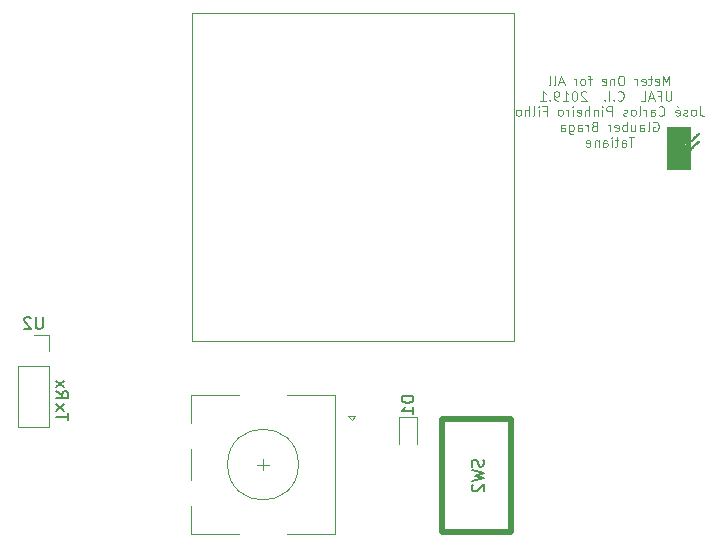
<source format=gbo>
G04 #@! TF.GenerationSoftware,KiCad,Pcbnew,(5.1.2)-1*
G04 #@! TF.CreationDate,2019-08-03T00:37:11-03:00*
G04 #@! TF.ProjectId,Medidor,4d656469-646f-4722-9e6b-696361645f70,rev?*
G04 #@! TF.SameCoordinates,Original*
G04 #@! TF.FileFunction,Legend,Bot*
G04 #@! TF.FilePolarity,Positive*
%FSLAX46Y46*%
G04 Gerber Fmt 4.6, Leading zero omitted, Abs format (unit mm)*
G04 Created by KiCad (PCBNEW (5.1.2)-1) date 2019-08-03 00:37:11*
%MOMM*%
%LPD*%
G04 APERTURE LIST*
%ADD10C,0.100000*%
%ADD11C,0.150000*%
%ADD12C,0.010000*%
%ADD13C,0.120000*%
%ADD14C,0.500000*%
G04 APERTURE END LIST*
D10*
X140448666Y-94586704D02*
X140448666Y-93786704D01*
X140182000Y-94358133D01*
X139915333Y-93786704D01*
X139915333Y-94586704D01*
X139229619Y-94548609D02*
X139305809Y-94586704D01*
X139458190Y-94586704D01*
X139534380Y-94548609D01*
X139572476Y-94472419D01*
X139572476Y-94167657D01*
X139534380Y-94091466D01*
X139458190Y-94053371D01*
X139305809Y-94053371D01*
X139229619Y-94091466D01*
X139191523Y-94167657D01*
X139191523Y-94243847D01*
X139572476Y-94320038D01*
X138962952Y-94053371D02*
X138658190Y-94053371D01*
X138848666Y-93786704D02*
X138848666Y-94472419D01*
X138810571Y-94548609D01*
X138734380Y-94586704D01*
X138658190Y-94586704D01*
X138086761Y-94548609D02*
X138162952Y-94586704D01*
X138315333Y-94586704D01*
X138391523Y-94548609D01*
X138429619Y-94472419D01*
X138429619Y-94167657D01*
X138391523Y-94091466D01*
X138315333Y-94053371D01*
X138162952Y-94053371D01*
X138086761Y-94091466D01*
X138048666Y-94167657D01*
X138048666Y-94243847D01*
X138429619Y-94320038D01*
X137705809Y-94586704D02*
X137705809Y-94053371D01*
X137705809Y-94205752D02*
X137667714Y-94129561D01*
X137629619Y-94091466D01*
X137553428Y-94053371D01*
X137477238Y-94053371D01*
X136448666Y-93786704D02*
X136296285Y-93786704D01*
X136220095Y-93824800D01*
X136143904Y-93900990D01*
X136105809Y-94053371D01*
X136105809Y-94320038D01*
X136143904Y-94472419D01*
X136220095Y-94548609D01*
X136296285Y-94586704D01*
X136448666Y-94586704D01*
X136524857Y-94548609D01*
X136601047Y-94472419D01*
X136639142Y-94320038D01*
X136639142Y-94053371D01*
X136601047Y-93900990D01*
X136524857Y-93824800D01*
X136448666Y-93786704D01*
X135762952Y-94053371D02*
X135762952Y-94586704D01*
X135762952Y-94129561D02*
X135724857Y-94091466D01*
X135648666Y-94053371D01*
X135534380Y-94053371D01*
X135458190Y-94091466D01*
X135420095Y-94167657D01*
X135420095Y-94586704D01*
X134734380Y-94548609D02*
X134810571Y-94586704D01*
X134962952Y-94586704D01*
X135039142Y-94548609D01*
X135077238Y-94472419D01*
X135077238Y-94167657D01*
X135039142Y-94091466D01*
X134962952Y-94053371D01*
X134810571Y-94053371D01*
X134734380Y-94091466D01*
X134696285Y-94167657D01*
X134696285Y-94243847D01*
X135077238Y-94320038D01*
X133858190Y-94053371D02*
X133553428Y-94053371D01*
X133743904Y-94586704D02*
X133743904Y-93900990D01*
X133705809Y-93824800D01*
X133629619Y-93786704D01*
X133553428Y-93786704D01*
X133172476Y-94586704D02*
X133248666Y-94548609D01*
X133286761Y-94510514D01*
X133324857Y-94434323D01*
X133324857Y-94205752D01*
X133286761Y-94129561D01*
X133248666Y-94091466D01*
X133172476Y-94053371D01*
X133058190Y-94053371D01*
X132982000Y-94091466D01*
X132943904Y-94129561D01*
X132905809Y-94205752D01*
X132905809Y-94434323D01*
X132943904Y-94510514D01*
X132982000Y-94548609D01*
X133058190Y-94586704D01*
X133172476Y-94586704D01*
X132562952Y-94586704D02*
X132562952Y-94053371D01*
X132562952Y-94205752D02*
X132524857Y-94129561D01*
X132486761Y-94091466D01*
X132410571Y-94053371D01*
X132334380Y-94053371D01*
X131496285Y-94358133D02*
X131115333Y-94358133D01*
X131572476Y-94586704D02*
X131305809Y-93786704D01*
X131039142Y-94586704D01*
X130658190Y-94586704D02*
X130734380Y-94548609D01*
X130772476Y-94472419D01*
X130772476Y-93786704D01*
X130239142Y-94586704D02*
X130315333Y-94548609D01*
X130353428Y-94472419D01*
X130353428Y-93786704D01*
X140601047Y-95086704D02*
X140601047Y-95734323D01*
X140562952Y-95810514D01*
X140524857Y-95848609D01*
X140448666Y-95886704D01*
X140296285Y-95886704D01*
X140220095Y-95848609D01*
X140182000Y-95810514D01*
X140143904Y-95734323D01*
X140143904Y-95086704D01*
X139496285Y-95467657D02*
X139762952Y-95467657D01*
X139762952Y-95886704D02*
X139762952Y-95086704D01*
X139382000Y-95086704D01*
X139115333Y-95658133D02*
X138734380Y-95658133D01*
X139191523Y-95886704D02*
X138924857Y-95086704D01*
X138658190Y-95886704D01*
X138010571Y-95886704D02*
X138391523Y-95886704D01*
X138391523Y-95086704D01*
X136067714Y-95810514D02*
X136105809Y-95848609D01*
X136220095Y-95886704D01*
X136296285Y-95886704D01*
X136410571Y-95848609D01*
X136486761Y-95772419D01*
X136524857Y-95696228D01*
X136562952Y-95543847D01*
X136562952Y-95429561D01*
X136524857Y-95277180D01*
X136486761Y-95200990D01*
X136410571Y-95124800D01*
X136296285Y-95086704D01*
X136220095Y-95086704D01*
X136105809Y-95124800D01*
X136067714Y-95162895D01*
X135724857Y-95810514D02*
X135686761Y-95848609D01*
X135724857Y-95886704D01*
X135762952Y-95848609D01*
X135724857Y-95810514D01*
X135724857Y-95886704D01*
X135343904Y-95886704D02*
X135343904Y-95086704D01*
X134962952Y-95810514D02*
X134924857Y-95848609D01*
X134962952Y-95886704D01*
X135001047Y-95848609D01*
X134962952Y-95810514D01*
X134962952Y-95886704D01*
X133401047Y-95162895D02*
X133362952Y-95124800D01*
X133286761Y-95086704D01*
X133096285Y-95086704D01*
X133020095Y-95124800D01*
X132982000Y-95162895D01*
X132943904Y-95239085D01*
X132943904Y-95315276D01*
X132982000Y-95429561D01*
X133439142Y-95886704D01*
X132943904Y-95886704D01*
X132448666Y-95086704D02*
X132372476Y-95086704D01*
X132296285Y-95124800D01*
X132258190Y-95162895D01*
X132220095Y-95239085D01*
X132182000Y-95391466D01*
X132182000Y-95581942D01*
X132220095Y-95734323D01*
X132258190Y-95810514D01*
X132296285Y-95848609D01*
X132372476Y-95886704D01*
X132448666Y-95886704D01*
X132524857Y-95848609D01*
X132562952Y-95810514D01*
X132601047Y-95734323D01*
X132639142Y-95581942D01*
X132639142Y-95391466D01*
X132601047Y-95239085D01*
X132562952Y-95162895D01*
X132524857Y-95124800D01*
X132448666Y-95086704D01*
X131420095Y-95886704D02*
X131877238Y-95886704D01*
X131648666Y-95886704D02*
X131648666Y-95086704D01*
X131724857Y-95200990D01*
X131801047Y-95277180D01*
X131877238Y-95315276D01*
X131039142Y-95886704D02*
X130886761Y-95886704D01*
X130810571Y-95848609D01*
X130772476Y-95810514D01*
X130696285Y-95696228D01*
X130658190Y-95543847D01*
X130658190Y-95239085D01*
X130696285Y-95162895D01*
X130734380Y-95124800D01*
X130810571Y-95086704D01*
X130962952Y-95086704D01*
X131039142Y-95124800D01*
X131077238Y-95162895D01*
X131115333Y-95239085D01*
X131115333Y-95429561D01*
X131077238Y-95505752D01*
X131039142Y-95543847D01*
X130962952Y-95581942D01*
X130810571Y-95581942D01*
X130734380Y-95543847D01*
X130696285Y-95505752D01*
X130658190Y-95429561D01*
X130315333Y-95810514D02*
X130277238Y-95848609D01*
X130315333Y-95886704D01*
X130353428Y-95848609D01*
X130315333Y-95810514D01*
X130315333Y-95886704D01*
X129515333Y-95886704D02*
X129972476Y-95886704D01*
X129743904Y-95886704D02*
X129743904Y-95086704D01*
X129820095Y-95200990D01*
X129896285Y-95277180D01*
X129972476Y-95315276D01*
X143039142Y-96386704D02*
X143039142Y-96958133D01*
X143077238Y-97072419D01*
X143153428Y-97148609D01*
X143267714Y-97186704D01*
X143343904Y-97186704D01*
X142543904Y-97186704D02*
X142620095Y-97148609D01*
X142658190Y-97110514D01*
X142696285Y-97034323D01*
X142696285Y-96805752D01*
X142658190Y-96729561D01*
X142620095Y-96691466D01*
X142543904Y-96653371D01*
X142429619Y-96653371D01*
X142353428Y-96691466D01*
X142315333Y-96729561D01*
X142277238Y-96805752D01*
X142277238Y-97034323D01*
X142315333Y-97110514D01*
X142353428Y-97148609D01*
X142429619Y-97186704D01*
X142543904Y-97186704D01*
X141972476Y-97148609D02*
X141896285Y-97186704D01*
X141743904Y-97186704D01*
X141667714Y-97148609D01*
X141629619Y-97072419D01*
X141629619Y-97034323D01*
X141667714Y-96958133D01*
X141743904Y-96920038D01*
X141858190Y-96920038D01*
X141934380Y-96881942D01*
X141972476Y-96805752D01*
X141972476Y-96767657D01*
X141934380Y-96691466D01*
X141858190Y-96653371D01*
X141743904Y-96653371D01*
X141667714Y-96691466D01*
X140982000Y-97148609D02*
X141058190Y-97186704D01*
X141210571Y-97186704D01*
X141286761Y-97148609D01*
X141324857Y-97072419D01*
X141324857Y-96767657D01*
X141286761Y-96691466D01*
X141210571Y-96653371D01*
X141058190Y-96653371D01*
X140982000Y-96691466D01*
X140943904Y-96767657D01*
X140943904Y-96843847D01*
X141324857Y-96920038D01*
X141058190Y-96348609D02*
X141172476Y-96462895D01*
X139534380Y-97110514D02*
X139572476Y-97148609D01*
X139686761Y-97186704D01*
X139762952Y-97186704D01*
X139877238Y-97148609D01*
X139953428Y-97072419D01*
X139991523Y-96996228D01*
X140029619Y-96843847D01*
X140029619Y-96729561D01*
X139991523Y-96577180D01*
X139953428Y-96500990D01*
X139877238Y-96424800D01*
X139762952Y-96386704D01*
X139686761Y-96386704D01*
X139572476Y-96424800D01*
X139534380Y-96462895D01*
X138848666Y-97186704D02*
X138848666Y-96767657D01*
X138886761Y-96691466D01*
X138962952Y-96653371D01*
X139115333Y-96653371D01*
X139191523Y-96691466D01*
X138848666Y-97148609D02*
X138924857Y-97186704D01*
X139115333Y-97186704D01*
X139191523Y-97148609D01*
X139229619Y-97072419D01*
X139229619Y-96996228D01*
X139191523Y-96920038D01*
X139115333Y-96881942D01*
X138924857Y-96881942D01*
X138848666Y-96843847D01*
X138467714Y-97186704D02*
X138467714Y-96653371D01*
X138467714Y-96805752D02*
X138429619Y-96729561D01*
X138391523Y-96691466D01*
X138315333Y-96653371D01*
X138239142Y-96653371D01*
X137858190Y-97186704D02*
X137934380Y-97148609D01*
X137972476Y-97072419D01*
X137972476Y-96386704D01*
X137439142Y-97186704D02*
X137515333Y-97148609D01*
X137553428Y-97110514D01*
X137591523Y-97034323D01*
X137591523Y-96805752D01*
X137553428Y-96729561D01*
X137515333Y-96691466D01*
X137439142Y-96653371D01*
X137324857Y-96653371D01*
X137248666Y-96691466D01*
X137210571Y-96729561D01*
X137172476Y-96805752D01*
X137172476Y-97034323D01*
X137210571Y-97110514D01*
X137248666Y-97148609D01*
X137324857Y-97186704D01*
X137439142Y-97186704D01*
X136867714Y-97148609D02*
X136791523Y-97186704D01*
X136639142Y-97186704D01*
X136562952Y-97148609D01*
X136524857Y-97072419D01*
X136524857Y-97034323D01*
X136562952Y-96958133D01*
X136639142Y-96920038D01*
X136753428Y-96920038D01*
X136829619Y-96881942D01*
X136867714Y-96805752D01*
X136867714Y-96767657D01*
X136829619Y-96691466D01*
X136753428Y-96653371D01*
X136639142Y-96653371D01*
X136562952Y-96691466D01*
X135572476Y-97186704D02*
X135572476Y-96386704D01*
X135267714Y-96386704D01*
X135191523Y-96424800D01*
X135153428Y-96462895D01*
X135115333Y-96539085D01*
X135115333Y-96653371D01*
X135153428Y-96729561D01*
X135191523Y-96767657D01*
X135267714Y-96805752D01*
X135572476Y-96805752D01*
X134772476Y-97186704D02*
X134772476Y-96653371D01*
X134772476Y-96386704D02*
X134810571Y-96424800D01*
X134772476Y-96462895D01*
X134734380Y-96424800D01*
X134772476Y-96386704D01*
X134772476Y-96462895D01*
X134391523Y-96653371D02*
X134391523Y-97186704D01*
X134391523Y-96729561D02*
X134353428Y-96691466D01*
X134277238Y-96653371D01*
X134162952Y-96653371D01*
X134086761Y-96691466D01*
X134048666Y-96767657D01*
X134048666Y-97186704D01*
X133667714Y-97186704D02*
X133667714Y-96386704D01*
X133324857Y-97186704D02*
X133324857Y-96767657D01*
X133362952Y-96691466D01*
X133439142Y-96653371D01*
X133553428Y-96653371D01*
X133629619Y-96691466D01*
X133667714Y-96729561D01*
X132639142Y-97148609D02*
X132715333Y-97186704D01*
X132867714Y-97186704D01*
X132943904Y-97148609D01*
X132982000Y-97072419D01*
X132982000Y-96767657D01*
X132943904Y-96691466D01*
X132867714Y-96653371D01*
X132715333Y-96653371D01*
X132639142Y-96691466D01*
X132601047Y-96767657D01*
X132601047Y-96843847D01*
X132982000Y-96920038D01*
X132258190Y-97186704D02*
X132258190Y-96653371D01*
X132258190Y-96386704D02*
X132296285Y-96424800D01*
X132258190Y-96462895D01*
X132220095Y-96424800D01*
X132258190Y-96386704D01*
X132258190Y-96462895D01*
X131877238Y-97186704D02*
X131877238Y-96653371D01*
X131877238Y-96805752D02*
X131839142Y-96729561D01*
X131801047Y-96691466D01*
X131724857Y-96653371D01*
X131648666Y-96653371D01*
X131267714Y-97186704D02*
X131343904Y-97148609D01*
X131382000Y-97110514D01*
X131420095Y-97034323D01*
X131420095Y-96805752D01*
X131382000Y-96729561D01*
X131343904Y-96691466D01*
X131267714Y-96653371D01*
X131153428Y-96653371D01*
X131077238Y-96691466D01*
X131039142Y-96729561D01*
X131001047Y-96805752D01*
X131001047Y-97034323D01*
X131039142Y-97110514D01*
X131077238Y-97148609D01*
X131153428Y-97186704D01*
X131267714Y-97186704D01*
X129782000Y-96767657D02*
X130048666Y-96767657D01*
X130048666Y-97186704D02*
X130048666Y-96386704D01*
X129667714Y-96386704D01*
X129362952Y-97186704D02*
X129362952Y-96653371D01*
X129362952Y-96386704D02*
X129401047Y-96424800D01*
X129362952Y-96462895D01*
X129324857Y-96424800D01*
X129362952Y-96386704D01*
X129362952Y-96462895D01*
X128867714Y-97186704D02*
X128943904Y-97148609D01*
X128982000Y-97072419D01*
X128982000Y-96386704D01*
X128562952Y-97186704D02*
X128562952Y-96386704D01*
X128220095Y-97186704D02*
X128220095Y-96767657D01*
X128258190Y-96691466D01*
X128334380Y-96653371D01*
X128448666Y-96653371D01*
X128524857Y-96691466D01*
X128562952Y-96729561D01*
X127724857Y-97186704D02*
X127801047Y-97148609D01*
X127839142Y-97110514D01*
X127877238Y-97034323D01*
X127877238Y-96805752D01*
X127839142Y-96729561D01*
X127801047Y-96691466D01*
X127724857Y-96653371D01*
X127610571Y-96653371D01*
X127534380Y-96691466D01*
X127496285Y-96729561D01*
X127458190Y-96805752D01*
X127458190Y-97034323D01*
X127496285Y-97110514D01*
X127534380Y-97148609D01*
X127610571Y-97186704D01*
X127724857Y-97186704D01*
X139096285Y-97724800D02*
X139172476Y-97686704D01*
X139286761Y-97686704D01*
X139401047Y-97724800D01*
X139477238Y-97800990D01*
X139515333Y-97877180D01*
X139553428Y-98029561D01*
X139553428Y-98143847D01*
X139515333Y-98296228D01*
X139477238Y-98372419D01*
X139401047Y-98448609D01*
X139286761Y-98486704D01*
X139210571Y-98486704D01*
X139096285Y-98448609D01*
X139058190Y-98410514D01*
X139058190Y-98143847D01*
X139210571Y-98143847D01*
X138601047Y-98486704D02*
X138677238Y-98448609D01*
X138715333Y-98372419D01*
X138715333Y-97686704D01*
X137953428Y-98486704D02*
X137953428Y-98067657D01*
X137991523Y-97991466D01*
X138067714Y-97953371D01*
X138220095Y-97953371D01*
X138296285Y-97991466D01*
X137953428Y-98448609D02*
X138029619Y-98486704D01*
X138220095Y-98486704D01*
X138296285Y-98448609D01*
X138334380Y-98372419D01*
X138334380Y-98296228D01*
X138296285Y-98220038D01*
X138220095Y-98181942D01*
X138029619Y-98181942D01*
X137953428Y-98143847D01*
X137229619Y-97953371D02*
X137229619Y-98486704D01*
X137572476Y-97953371D02*
X137572476Y-98372419D01*
X137534380Y-98448609D01*
X137458190Y-98486704D01*
X137343904Y-98486704D01*
X137267714Y-98448609D01*
X137229619Y-98410514D01*
X136848666Y-98486704D02*
X136848666Y-97686704D01*
X136848666Y-97991466D02*
X136772476Y-97953371D01*
X136620095Y-97953371D01*
X136543904Y-97991466D01*
X136505809Y-98029561D01*
X136467714Y-98105752D01*
X136467714Y-98334323D01*
X136505809Y-98410514D01*
X136543904Y-98448609D01*
X136620095Y-98486704D01*
X136772476Y-98486704D01*
X136848666Y-98448609D01*
X135820095Y-98448609D02*
X135896285Y-98486704D01*
X136048666Y-98486704D01*
X136124857Y-98448609D01*
X136162952Y-98372419D01*
X136162952Y-98067657D01*
X136124857Y-97991466D01*
X136048666Y-97953371D01*
X135896285Y-97953371D01*
X135820095Y-97991466D01*
X135782000Y-98067657D01*
X135782000Y-98143847D01*
X136162952Y-98220038D01*
X135439142Y-98486704D02*
X135439142Y-97953371D01*
X135439142Y-98105752D02*
X135401047Y-98029561D01*
X135362952Y-97991466D01*
X135286761Y-97953371D01*
X135210571Y-97953371D01*
X134067714Y-98067657D02*
X133953428Y-98105752D01*
X133915333Y-98143847D01*
X133877238Y-98220038D01*
X133877238Y-98334323D01*
X133915333Y-98410514D01*
X133953428Y-98448609D01*
X134029619Y-98486704D01*
X134334380Y-98486704D01*
X134334380Y-97686704D01*
X134067714Y-97686704D01*
X133991523Y-97724800D01*
X133953428Y-97762895D01*
X133915333Y-97839085D01*
X133915333Y-97915276D01*
X133953428Y-97991466D01*
X133991523Y-98029561D01*
X134067714Y-98067657D01*
X134334380Y-98067657D01*
X133534380Y-98486704D02*
X133534380Y-97953371D01*
X133534380Y-98105752D02*
X133496285Y-98029561D01*
X133458190Y-97991466D01*
X133382000Y-97953371D01*
X133305809Y-97953371D01*
X132696285Y-98486704D02*
X132696285Y-98067657D01*
X132734380Y-97991466D01*
X132810571Y-97953371D01*
X132962952Y-97953371D01*
X133039142Y-97991466D01*
X132696285Y-98448609D02*
X132772476Y-98486704D01*
X132962952Y-98486704D01*
X133039142Y-98448609D01*
X133077238Y-98372419D01*
X133077238Y-98296228D01*
X133039142Y-98220038D01*
X132962952Y-98181942D01*
X132772476Y-98181942D01*
X132696285Y-98143847D01*
X131972476Y-97953371D02*
X131972476Y-98600990D01*
X132010571Y-98677180D01*
X132048666Y-98715276D01*
X132124857Y-98753371D01*
X132239142Y-98753371D01*
X132315333Y-98715276D01*
X131972476Y-98448609D02*
X132048666Y-98486704D01*
X132201047Y-98486704D01*
X132277238Y-98448609D01*
X132315333Y-98410514D01*
X132353428Y-98334323D01*
X132353428Y-98105752D01*
X132315333Y-98029561D01*
X132277238Y-97991466D01*
X132201047Y-97953371D01*
X132048666Y-97953371D01*
X131972476Y-97991466D01*
X131248666Y-98486704D02*
X131248666Y-98067657D01*
X131286761Y-97991466D01*
X131362952Y-97953371D01*
X131515333Y-97953371D01*
X131591523Y-97991466D01*
X131248666Y-98448609D02*
X131324857Y-98486704D01*
X131515333Y-98486704D01*
X131591523Y-98448609D01*
X131629619Y-98372419D01*
X131629619Y-98296228D01*
X131591523Y-98220038D01*
X131515333Y-98181942D01*
X131324857Y-98181942D01*
X131248666Y-98143847D01*
X137458190Y-98986704D02*
X137001047Y-98986704D01*
X137229619Y-99786704D02*
X137229619Y-98986704D01*
X136391523Y-99786704D02*
X136391523Y-99367657D01*
X136429619Y-99291466D01*
X136505809Y-99253371D01*
X136658190Y-99253371D01*
X136734380Y-99291466D01*
X136391523Y-99748609D02*
X136467714Y-99786704D01*
X136658190Y-99786704D01*
X136734380Y-99748609D01*
X136772476Y-99672419D01*
X136772476Y-99596228D01*
X136734380Y-99520038D01*
X136658190Y-99481942D01*
X136467714Y-99481942D01*
X136391523Y-99443847D01*
X136124857Y-99253371D02*
X135820095Y-99253371D01*
X136010571Y-98986704D02*
X136010571Y-99672419D01*
X135972476Y-99748609D01*
X135896285Y-99786704D01*
X135820095Y-99786704D01*
X135553428Y-99786704D02*
X135553428Y-99253371D01*
X135553428Y-98986704D02*
X135591523Y-99024800D01*
X135553428Y-99062895D01*
X135515333Y-99024800D01*
X135553428Y-98986704D01*
X135553428Y-99062895D01*
X134829619Y-99786704D02*
X134829619Y-99367657D01*
X134867714Y-99291466D01*
X134943904Y-99253371D01*
X135096285Y-99253371D01*
X135172476Y-99291466D01*
X134829619Y-99748609D02*
X134905809Y-99786704D01*
X135096285Y-99786704D01*
X135172476Y-99748609D01*
X135210571Y-99672419D01*
X135210571Y-99596228D01*
X135172476Y-99520038D01*
X135096285Y-99481942D01*
X134905809Y-99481942D01*
X134829619Y-99443847D01*
X134448666Y-99253371D02*
X134448666Y-99786704D01*
X134448666Y-99329561D02*
X134410571Y-99291466D01*
X134334380Y-99253371D01*
X134220095Y-99253371D01*
X134143904Y-99291466D01*
X134105809Y-99367657D01*
X134105809Y-99786704D01*
X133420095Y-99748609D02*
X133496285Y-99786704D01*
X133648666Y-99786704D01*
X133724857Y-99748609D01*
X133762952Y-99672419D01*
X133762952Y-99367657D01*
X133724857Y-99291466D01*
X133648666Y-99253371D01*
X133496285Y-99253371D01*
X133420095Y-99291466D01*
X133382000Y-99367657D01*
X133382000Y-99443847D01*
X133762952Y-99520038D01*
D11*
X88549219Y-120516638D02*
X89025409Y-120849971D01*
X88549219Y-121088066D02*
X89549219Y-121088066D01*
X89549219Y-120707114D01*
X89501600Y-120611876D01*
X89453980Y-120564257D01*
X89358742Y-120516638D01*
X89215885Y-120516638D01*
X89120647Y-120564257D01*
X89073028Y-120611876D01*
X89025409Y-120707114D01*
X89025409Y-121088066D01*
X88549219Y-120183304D02*
X89215885Y-119659495D01*
X89215885Y-120183304D02*
X88549219Y-119659495D01*
X89549219Y-122953376D02*
X89549219Y-122381947D01*
X88549219Y-122667661D02*
X89549219Y-122667661D01*
X88549219Y-122143852D02*
X89215885Y-121620042D01*
X89215885Y-122143852D02*
X88549219Y-121620042D01*
D12*
G36*
X141792960Y-98755200D02*
G01*
X140563470Y-98755200D01*
X140566140Y-98397060D01*
X141179550Y-98395769D01*
X141792960Y-98394479D01*
X141792960Y-98755200D01*
X141792960Y-98755200D01*
G37*
X141792960Y-98755200D02*
X140563470Y-98755200D01*
X140566140Y-98397060D01*
X141179550Y-98395769D01*
X141792960Y-98394479D01*
X141792960Y-98755200D01*
G36*
X142036800Y-98902520D02*
G01*
X140319760Y-98902520D01*
X140319760Y-98328480D01*
X140497560Y-98328480D01*
X140497560Y-98821240D01*
X141859000Y-98821240D01*
X141859000Y-98328480D01*
X140497560Y-98328480D01*
X140319760Y-98328480D01*
X140319760Y-98247200D01*
X142036800Y-98247200D01*
X142036800Y-98902520D01*
X142036800Y-98902520D01*
G37*
X142036800Y-98902520D02*
X140319760Y-98902520D01*
X140319760Y-98328480D01*
X140497560Y-98328480D01*
X140497560Y-98821240D01*
X141859000Y-98821240D01*
X141859000Y-98328480D01*
X140497560Y-98328480D01*
X140319760Y-98328480D01*
X140319760Y-98247200D01*
X142036800Y-98247200D01*
X142036800Y-98902520D01*
G36*
X141315652Y-99392020D02*
G01*
X141334310Y-99397269D01*
X141358672Y-99406222D01*
X141385617Y-99417553D01*
X141412026Y-99429933D01*
X141434776Y-99442032D01*
X141438946Y-99444503D01*
X141499400Y-99486822D01*
X141551922Y-99535481D01*
X141596452Y-99590391D01*
X141632925Y-99651464D01*
X141661278Y-99718611D01*
X141679585Y-99783196D01*
X141685530Y-99821350D01*
X141688113Y-99865481D01*
X141687418Y-99912008D01*
X141683525Y-99957347D01*
X141676514Y-99997918D01*
X141674541Y-100005925D01*
X141651110Y-100076095D01*
X141619379Y-100140741D01*
X141579800Y-100199377D01*
X141532821Y-100251518D01*
X141478893Y-100296675D01*
X141418467Y-100334364D01*
X141351992Y-100364098D01*
X141338680Y-100368819D01*
X141321394Y-100374635D01*
X141308338Y-100378893D01*
X141302039Y-100380773D01*
X141301850Y-100380800D01*
X141301617Y-100375834D01*
X141301393Y-100361397D01*
X141301182Y-100338177D01*
X141300986Y-100306862D01*
X141300805Y-100268140D01*
X141300644Y-100222700D01*
X141300504Y-100171230D01*
X141300388Y-100114418D01*
X141300298Y-100052953D01*
X141300235Y-99987523D01*
X141300203Y-99918816D01*
X141300200Y-99884865D01*
X141300200Y-99388930D01*
X141315652Y-99392020D01*
X141315652Y-99392020D01*
G37*
X141315652Y-99392020D02*
X141334310Y-99397269D01*
X141358672Y-99406222D01*
X141385617Y-99417553D01*
X141412026Y-99429933D01*
X141434776Y-99442032D01*
X141438946Y-99444503D01*
X141499400Y-99486822D01*
X141551922Y-99535481D01*
X141596452Y-99590391D01*
X141632925Y-99651464D01*
X141661278Y-99718611D01*
X141679585Y-99783196D01*
X141685530Y-99821350D01*
X141688113Y-99865481D01*
X141687418Y-99912008D01*
X141683525Y-99957347D01*
X141676514Y-99997918D01*
X141674541Y-100005925D01*
X141651110Y-100076095D01*
X141619379Y-100140741D01*
X141579800Y-100199377D01*
X141532821Y-100251518D01*
X141478893Y-100296675D01*
X141418467Y-100334364D01*
X141351992Y-100364098D01*
X141338680Y-100368819D01*
X141321394Y-100374635D01*
X141308338Y-100378893D01*
X141302039Y-100380773D01*
X141301850Y-100380800D01*
X141301617Y-100375834D01*
X141301393Y-100361397D01*
X141301182Y-100338177D01*
X141300986Y-100306862D01*
X141300805Y-100268140D01*
X141300644Y-100222700D01*
X141300504Y-100171230D01*
X141300388Y-100114418D01*
X141300298Y-100052953D01*
X141300235Y-99987523D01*
X141300203Y-99918816D01*
X141300200Y-99884865D01*
X141300200Y-99388930D01*
X141315652Y-99392020D01*
G36*
X141050689Y-99391595D02*
G01*
X141051711Y-99396145D01*
X141052607Y-99404392D01*
X141053387Y-99416880D01*
X141054056Y-99434150D01*
X141054622Y-99456747D01*
X141055093Y-99485214D01*
X141055477Y-99520093D01*
X141055781Y-99561927D01*
X141056012Y-99611261D01*
X141056178Y-99668637D01*
X141056286Y-99734597D01*
X141056344Y-99809686D01*
X141056360Y-99885500D01*
X141056321Y-99955479D01*
X141056210Y-100022506D01*
X141056032Y-100085892D01*
X141055791Y-100144948D01*
X141055493Y-100198986D01*
X141055144Y-100247319D01*
X141054748Y-100289259D01*
X141054311Y-100324117D01*
X141053838Y-100351205D01*
X141053335Y-100369835D01*
X141052807Y-100379319D01*
X141052550Y-100380421D01*
X141046151Y-100378658D01*
X141033011Y-100374393D01*
X141015959Y-100368545D01*
X141015720Y-100368461D01*
X140948175Y-100339631D01*
X140886767Y-100302955D01*
X140831951Y-100259014D01*
X140784184Y-100208385D01*
X140743922Y-100151649D01*
X140711622Y-100089385D01*
X140687738Y-100022170D01*
X140672729Y-99950586D01*
X140670190Y-99929950D01*
X140668042Y-99861783D01*
X140675526Y-99794428D01*
X140692113Y-99728838D01*
X140717276Y-99665970D01*
X140750487Y-99606776D01*
X140791218Y-99552212D01*
X140838942Y-99503232D01*
X140893132Y-99460791D01*
X140947240Y-99428847D01*
X140969482Y-99418267D01*
X140993150Y-99408179D01*
X141015746Y-99399528D01*
X141034772Y-99393256D01*
X141047730Y-99390308D01*
X141049535Y-99390200D01*
X141050689Y-99391595D01*
X141050689Y-99391595D01*
G37*
X141050689Y-99391595D02*
X141051711Y-99396145D01*
X141052607Y-99404392D01*
X141053387Y-99416880D01*
X141054056Y-99434150D01*
X141054622Y-99456747D01*
X141055093Y-99485214D01*
X141055477Y-99520093D01*
X141055781Y-99561927D01*
X141056012Y-99611261D01*
X141056178Y-99668637D01*
X141056286Y-99734597D01*
X141056344Y-99809686D01*
X141056360Y-99885500D01*
X141056321Y-99955479D01*
X141056210Y-100022506D01*
X141056032Y-100085892D01*
X141055791Y-100144948D01*
X141055493Y-100198986D01*
X141055144Y-100247319D01*
X141054748Y-100289259D01*
X141054311Y-100324117D01*
X141053838Y-100351205D01*
X141053335Y-100369835D01*
X141052807Y-100379319D01*
X141052550Y-100380421D01*
X141046151Y-100378658D01*
X141033011Y-100374393D01*
X141015959Y-100368545D01*
X141015720Y-100368461D01*
X140948175Y-100339631D01*
X140886767Y-100302955D01*
X140831951Y-100259014D01*
X140784184Y-100208385D01*
X140743922Y-100151649D01*
X140711622Y-100089385D01*
X140687738Y-100022170D01*
X140672729Y-99950586D01*
X140670190Y-99929950D01*
X140668042Y-99861783D01*
X140675526Y-99794428D01*
X140692113Y-99728838D01*
X140717276Y-99665970D01*
X140750487Y-99606776D01*
X140791218Y-99552212D01*
X140838942Y-99503232D01*
X140893132Y-99460791D01*
X140947240Y-99428847D01*
X140969482Y-99418267D01*
X140993150Y-99408179D01*
X141015746Y-99399528D01*
X141034772Y-99393256D01*
X141047730Y-99390308D01*
X141049535Y-99390200D01*
X141050689Y-99391595D01*
G36*
X141341575Y-99276357D02*
G01*
X141416269Y-99301453D01*
X141486264Y-99335226D01*
X141550993Y-99377072D01*
X141609888Y-99426386D01*
X141662382Y-99482565D01*
X141707908Y-99545002D01*
X141745899Y-99613094D01*
X141775787Y-99686236D01*
X141796414Y-99761040D01*
X141801754Y-99795550D01*
X141804916Y-99836866D01*
X141805929Y-99881874D01*
X141804820Y-99927462D01*
X141801620Y-99970517D01*
X141796355Y-100007926D01*
X141794050Y-100019019D01*
X141771287Y-100095908D01*
X141739698Y-100168496D01*
X141699820Y-100236091D01*
X141652189Y-100298001D01*
X141597342Y-100353533D01*
X141535813Y-100401996D01*
X141468139Y-100442696D01*
X141464539Y-100444548D01*
X141433087Y-100459135D01*
X141396829Y-100473632D01*
X141359665Y-100486628D01*
X141325495Y-100496710D01*
X141310867Y-100500193D01*
X141299564Y-100501987D01*
X141295821Y-100500136D01*
X141296897Y-100495255D01*
X141299196Y-100484293D01*
X141300198Y-100469665D01*
X141300200Y-100469125D01*
X141301851Y-100456867D01*
X141305894Y-100449974D01*
X141306550Y-100449683D01*
X141369465Y-100428895D01*
X141424040Y-100406740D01*
X141472087Y-100382198D01*
X141515419Y-100354252D01*
X141555850Y-100321884D01*
X141587555Y-100291887D01*
X141637865Y-100234240D01*
X141679447Y-100172082D01*
X141712221Y-100106235D01*
X141736108Y-100037518D01*
X141751029Y-99966752D01*
X141756904Y-99894759D01*
X141753654Y-99822358D01*
X141741200Y-99750371D01*
X141719463Y-99679618D01*
X141688362Y-99610919D01*
X141658277Y-99560380D01*
X141640230Y-99536081D01*
X141616413Y-99508222D01*
X141589217Y-99479297D01*
X141561031Y-99451801D01*
X141534243Y-99428230D01*
X141523880Y-99420022D01*
X141495330Y-99400683D01*
X141460245Y-99380499D01*
X141421940Y-99361120D01*
X141383727Y-99344198D01*
X141348921Y-99331383D01*
X141341217Y-99329037D01*
X141321229Y-99323078D01*
X141309080Y-99318524D01*
X141302815Y-99314071D01*
X141300482Y-99308417D01*
X141300130Y-99301622D01*
X141299074Y-99286289D01*
X141297056Y-99274853D01*
X141294051Y-99263646D01*
X141341575Y-99276357D01*
X141341575Y-99276357D01*
G37*
X141341575Y-99276357D02*
X141416269Y-99301453D01*
X141486264Y-99335226D01*
X141550993Y-99377072D01*
X141609888Y-99426386D01*
X141662382Y-99482565D01*
X141707908Y-99545002D01*
X141745899Y-99613094D01*
X141775787Y-99686236D01*
X141796414Y-99761040D01*
X141801754Y-99795550D01*
X141804916Y-99836866D01*
X141805929Y-99881874D01*
X141804820Y-99927462D01*
X141801620Y-99970517D01*
X141796355Y-100007926D01*
X141794050Y-100019019D01*
X141771287Y-100095908D01*
X141739698Y-100168496D01*
X141699820Y-100236091D01*
X141652189Y-100298001D01*
X141597342Y-100353533D01*
X141535813Y-100401996D01*
X141468139Y-100442696D01*
X141464539Y-100444548D01*
X141433087Y-100459135D01*
X141396829Y-100473632D01*
X141359665Y-100486628D01*
X141325495Y-100496710D01*
X141310867Y-100500193D01*
X141299564Y-100501987D01*
X141295821Y-100500136D01*
X141296897Y-100495255D01*
X141299196Y-100484293D01*
X141300198Y-100469665D01*
X141300200Y-100469125D01*
X141301851Y-100456867D01*
X141305894Y-100449974D01*
X141306550Y-100449683D01*
X141369465Y-100428895D01*
X141424040Y-100406740D01*
X141472087Y-100382198D01*
X141515419Y-100354252D01*
X141555850Y-100321884D01*
X141587555Y-100291887D01*
X141637865Y-100234240D01*
X141679447Y-100172082D01*
X141712221Y-100106235D01*
X141736108Y-100037518D01*
X141751029Y-99966752D01*
X141756904Y-99894759D01*
X141753654Y-99822358D01*
X141741200Y-99750371D01*
X141719463Y-99679618D01*
X141688362Y-99610919D01*
X141658277Y-99560380D01*
X141640230Y-99536081D01*
X141616413Y-99508222D01*
X141589217Y-99479297D01*
X141561031Y-99451801D01*
X141534243Y-99428230D01*
X141523880Y-99420022D01*
X141495330Y-99400683D01*
X141460245Y-99380499D01*
X141421940Y-99361120D01*
X141383727Y-99344198D01*
X141348921Y-99331383D01*
X141341217Y-99329037D01*
X141321229Y-99323078D01*
X141309080Y-99318524D01*
X141302815Y-99314071D01*
X141300482Y-99308417D01*
X141300130Y-99301622D01*
X141299074Y-99286289D01*
X141297056Y-99274853D01*
X141294051Y-99263646D01*
X141341575Y-99276357D01*
G36*
X141059503Y-99274853D02*
G01*
X141057243Y-99288399D01*
X141056429Y-99301622D01*
X141055926Y-99309276D01*
X141053211Y-99314649D01*
X141046350Y-99319012D01*
X141033409Y-99323636D01*
X141014450Y-99329221D01*
X140979930Y-99341149D01*
X140941148Y-99357838D01*
X140901590Y-99377542D01*
X140864746Y-99398517D01*
X140834102Y-99419020D01*
X140832580Y-99420164D01*
X140804953Y-99443148D01*
X140775161Y-99471371D01*
X140745898Y-99502020D01*
X140719862Y-99532286D01*
X140701253Y-99557113D01*
X140666560Y-99616090D01*
X140638273Y-99680563D01*
X140617127Y-99748177D01*
X140603855Y-99816578D01*
X140599190Y-99883412D01*
X140599189Y-99884597D01*
X140602259Y-99936591D01*
X140610844Y-99992133D01*
X140624133Y-100047724D01*
X140641313Y-100099861D01*
X140658026Y-100138164D01*
X140695532Y-100202220D01*
X140740919Y-100261060D01*
X140793173Y-100313825D01*
X140851280Y-100359657D01*
X140914226Y-100397698D01*
X140980998Y-100427088D01*
X141010640Y-100436854D01*
X141029069Y-100442588D01*
X141043500Y-100447575D01*
X141051325Y-100450900D01*
X141051891Y-100451309D01*
X141054348Y-100457831D01*
X141057001Y-100470801D01*
X141058144Y-100478590D01*
X141059562Y-100490437D01*
X141059119Y-100497843D01*
X141055235Y-100501149D01*
X141046332Y-100500696D01*
X141030828Y-100496827D01*
X141007147Y-100489882D01*
X141006624Y-100489727D01*
X140930404Y-100462104D01*
X140859683Y-100426205D01*
X140794932Y-100382583D01*
X140736621Y-100331790D01*
X140685219Y-100274379D01*
X140641196Y-100210902D01*
X140605023Y-100141911D01*
X140577170Y-100067960D01*
X140558107Y-99989599D01*
X140552979Y-99956620D01*
X140548972Y-99896045D01*
X140551740Y-99831328D01*
X140560920Y-99765555D01*
X140576150Y-99701813D01*
X140586663Y-99669600D01*
X140617782Y-99598096D01*
X140657414Y-99531462D01*
X140704820Y-99470376D01*
X140759258Y-99415515D01*
X140819987Y-99367558D01*
X140886265Y-99327182D01*
X140957351Y-99295066D01*
X141017069Y-99275807D01*
X141062508Y-99263646D01*
X141059503Y-99274853D01*
X141059503Y-99274853D01*
G37*
X141059503Y-99274853D02*
X141057243Y-99288399D01*
X141056429Y-99301622D01*
X141055926Y-99309276D01*
X141053211Y-99314649D01*
X141046350Y-99319012D01*
X141033409Y-99323636D01*
X141014450Y-99329221D01*
X140979930Y-99341149D01*
X140941148Y-99357838D01*
X140901590Y-99377542D01*
X140864746Y-99398517D01*
X140834102Y-99419020D01*
X140832580Y-99420164D01*
X140804953Y-99443148D01*
X140775161Y-99471371D01*
X140745898Y-99502020D01*
X140719862Y-99532286D01*
X140701253Y-99557113D01*
X140666560Y-99616090D01*
X140638273Y-99680563D01*
X140617127Y-99748177D01*
X140603855Y-99816578D01*
X140599190Y-99883412D01*
X140599189Y-99884597D01*
X140602259Y-99936591D01*
X140610844Y-99992133D01*
X140624133Y-100047724D01*
X140641313Y-100099861D01*
X140658026Y-100138164D01*
X140695532Y-100202220D01*
X140740919Y-100261060D01*
X140793173Y-100313825D01*
X140851280Y-100359657D01*
X140914226Y-100397698D01*
X140980998Y-100427088D01*
X141010640Y-100436854D01*
X141029069Y-100442588D01*
X141043500Y-100447575D01*
X141051325Y-100450900D01*
X141051891Y-100451309D01*
X141054348Y-100457831D01*
X141057001Y-100470801D01*
X141058144Y-100478590D01*
X141059562Y-100490437D01*
X141059119Y-100497843D01*
X141055235Y-100501149D01*
X141046332Y-100500696D01*
X141030828Y-100496827D01*
X141007147Y-100489882D01*
X141006624Y-100489727D01*
X140930404Y-100462104D01*
X140859683Y-100426205D01*
X140794932Y-100382583D01*
X140736621Y-100331790D01*
X140685219Y-100274379D01*
X140641196Y-100210902D01*
X140605023Y-100141911D01*
X140577170Y-100067960D01*
X140558107Y-99989599D01*
X140552979Y-99956620D01*
X140548972Y-99896045D01*
X140551740Y-99831328D01*
X140560920Y-99765555D01*
X140576150Y-99701813D01*
X140586663Y-99669600D01*
X140617782Y-99598096D01*
X140657414Y-99531462D01*
X140704820Y-99470376D01*
X140759258Y-99415515D01*
X140819987Y-99367558D01*
X140886265Y-99327182D01*
X140957351Y-99295066D01*
X141017069Y-99275807D01*
X141062508Y-99263646D01*
X141059503Y-99274853D01*
G36*
X141206355Y-99262489D02*
G01*
X141222258Y-99277073D01*
X141224581Y-99280575D01*
X141226035Y-99283250D01*
X141227332Y-99286619D01*
X141228484Y-99291238D01*
X141229497Y-99297665D01*
X141230382Y-99306459D01*
X141231146Y-99318177D01*
X141231799Y-99333376D01*
X141232349Y-99352615D01*
X141232806Y-99376451D01*
X141233177Y-99405442D01*
X141233472Y-99440147D01*
X141233700Y-99481122D01*
X141233869Y-99528925D01*
X141233988Y-99584115D01*
X141234066Y-99647249D01*
X141234111Y-99718885D01*
X141234133Y-99799581D01*
X141234141Y-99887278D01*
X141234160Y-100478336D01*
X141216888Y-100495608D01*
X141197062Y-100509616D01*
X141176187Y-100513671D01*
X141155239Y-100507739D01*
X141141530Y-100498057D01*
X141124940Y-100483234D01*
X141123653Y-99889727D01*
X141123461Y-99799559D01*
X141123302Y-99718994D01*
X141123185Y-99647474D01*
X141123118Y-99584441D01*
X141123107Y-99529337D01*
X141123162Y-99481605D01*
X141123290Y-99440687D01*
X141123500Y-99406025D01*
X141123798Y-99377062D01*
X141124193Y-99353241D01*
X141124693Y-99334003D01*
X141125305Y-99318791D01*
X141126038Y-99307047D01*
X141126900Y-99298214D01*
X141127898Y-99291733D01*
X141129040Y-99287049D01*
X141130335Y-99283602D01*
X141131790Y-99280835D01*
X141132300Y-99279986D01*
X141147214Y-99264204D01*
X141166250Y-99256038D01*
X141186825Y-99255472D01*
X141206355Y-99262489D01*
X141206355Y-99262489D01*
G37*
X141206355Y-99262489D02*
X141222258Y-99277073D01*
X141224581Y-99280575D01*
X141226035Y-99283250D01*
X141227332Y-99286619D01*
X141228484Y-99291238D01*
X141229497Y-99297665D01*
X141230382Y-99306459D01*
X141231146Y-99318177D01*
X141231799Y-99333376D01*
X141232349Y-99352615D01*
X141232806Y-99376451D01*
X141233177Y-99405442D01*
X141233472Y-99440147D01*
X141233700Y-99481122D01*
X141233869Y-99528925D01*
X141233988Y-99584115D01*
X141234066Y-99647249D01*
X141234111Y-99718885D01*
X141234133Y-99799581D01*
X141234141Y-99887278D01*
X141234160Y-100478336D01*
X141216888Y-100495608D01*
X141197062Y-100509616D01*
X141176187Y-100513671D01*
X141155239Y-100507739D01*
X141141530Y-100498057D01*
X141124940Y-100483234D01*
X141123653Y-99889727D01*
X141123461Y-99799559D01*
X141123302Y-99718994D01*
X141123185Y-99647474D01*
X141123118Y-99584441D01*
X141123107Y-99529337D01*
X141123162Y-99481605D01*
X141123290Y-99440687D01*
X141123500Y-99406025D01*
X141123798Y-99377062D01*
X141124193Y-99353241D01*
X141124693Y-99334003D01*
X141125305Y-99318791D01*
X141126038Y-99307047D01*
X141126900Y-99298214D01*
X141127898Y-99291733D01*
X141129040Y-99287049D01*
X141130335Y-99283602D01*
X141131790Y-99280835D01*
X141132300Y-99279986D01*
X141147214Y-99264204D01*
X141166250Y-99256038D01*
X141186825Y-99255472D01*
X141206355Y-99262489D01*
G36*
X141895146Y-100655590D02*
G01*
X141914851Y-100669431D01*
X141918227Y-100672691D01*
X141929506Y-100686032D01*
X141934394Y-100698941D01*
X141935200Y-100710744D01*
X141933268Y-100728402D01*
X141928516Y-100744562D01*
X141927494Y-100746726D01*
X141913800Y-100762973D01*
X141894255Y-100773330D01*
X141871828Y-100776951D01*
X141849488Y-100772991D01*
X141843912Y-100770541D01*
X141832902Y-100762183D01*
X141821531Y-100749535D01*
X141819345Y-100746485D01*
X141810325Y-100725132D01*
X141810244Y-100703056D01*
X141818309Y-100682454D01*
X141833727Y-100665521D01*
X141852165Y-100655602D01*
X141874912Y-100651152D01*
X141895146Y-100655590D01*
X141895146Y-100655590D01*
G37*
X141895146Y-100655590D02*
X141914851Y-100669431D01*
X141918227Y-100672691D01*
X141929506Y-100686032D01*
X141934394Y-100698941D01*
X141935200Y-100710744D01*
X141933268Y-100728402D01*
X141928516Y-100744562D01*
X141927494Y-100746726D01*
X141913800Y-100762973D01*
X141894255Y-100773330D01*
X141871828Y-100776951D01*
X141849488Y-100772991D01*
X141843912Y-100770541D01*
X141832902Y-100762183D01*
X141821531Y-100749535D01*
X141819345Y-100746485D01*
X141810325Y-100725132D01*
X141810244Y-100703056D01*
X141818309Y-100682454D01*
X141833727Y-100665521D01*
X141852165Y-100655602D01*
X141874912Y-100651152D01*
X141895146Y-100655590D01*
G36*
X140515038Y-100622980D02*
G01*
X140521359Y-100624951D01*
X140540090Y-100635926D01*
X140557830Y-100652785D01*
X140570989Y-100671824D01*
X140574294Y-100679598D01*
X140580014Y-100711125D01*
X140576488Y-100740832D01*
X140564304Y-100767225D01*
X140544051Y-100788806D01*
X140527116Y-100799408D01*
X140501814Y-100809265D01*
X140478575Y-100811453D01*
X140453239Y-100806336D01*
X140452079Y-100805971D01*
X140428074Y-100793312D01*
X140408618Y-100773396D01*
X140394970Y-100748573D01*
X140388387Y-100721198D01*
X140390128Y-100693624D01*
X140390733Y-100691223D01*
X140400565Y-100668988D01*
X140416414Y-100647997D01*
X140435326Y-100631761D01*
X140445247Y-100626423D01*
X140466657Y-100621067D01*
X140491758Y-100619884D01*
X140515038Y-100622980D01*
X140515038Y-100622980D01*
G37*
X140515038Y-100622980D02*
X140521359Y-100624951D01*
X140540090Y-100635926D01*
X140557830Y-100652785D01*
X140570989Y-100671824D01*
X140574294Y-100679598D01*
X140580014Y-100711125D01*
X140576488Y-100740832D01*
X140564304Y-100767225D01*
X140544051Y-100788806D01*
X140527116Y-100799408D01*
X140501814Y-100809265D01*
X140478575Y-100811453D01*
X140453239Y-100806336D01*
X140452079Y-100805971D01*
X140428074Y-100793312D01*
X140408618Y-100773396D01*
X140394970Y-100748573D01*
X140388387Y-100721198D01*
X140390128Y-100693624D01*
X140390733Y-100691223D01*
X140400565Y-100668988D01*
X140416414Y-100647997D01*
X140435326Y-100631761D01*
X140445247Y-100626423D01*
X140466657Y-100621067D01*
X140491758Y-100619884D01*
X140515038Y-100622980D01*
G36*
X141890927Y-101020745D02*
G01*
X141895303Y-101022430D01*
X141916284Y-101035224D01*
X141928867Y-101052992D01*
X141933826Y-101073172D01*
X141932321Y-101097704D01*
X141923093Y-101117968D01*
X141907979Y-101132993D01*
X141888818Y-101141812D01*
X141867446Y-101143456D01*
X141845702Y-101136955D01*
X141831394Y-101127171D01*
X141816655Y-101108765D01*
X141810288Y-101088482D01*
X141811275Y-101067991D01*
X141818599Y-101048958D01*
X141831244Y-101033050D01*
X141848191Y-101021934D01*
X141868425Y-101017277D01*
X141890927Y-101020745D01*
X141890927Y-101020745D01*
G37*
X141890927Y-101020745D02*
X141895303Y-101022430D01*
X141916284Y-101035224D01*
X141928867Y-101052992D01*
X141933826Y-101073172D01*
X141932321Y-101097704D01*
X141923093Y-101117968D01*
X141907979Y-101132993D01*
X141888818Y-101141812D01*
X141867446Y-101143456D01*
X141845702Y-101136955D01*
X141831394Y-101127171D01*
X141816655Y-101108765D01*
X141810288Y-101088482D01*
X141811275Y-101067991D01*
X141818599Y-101048958D01*
X141831244Y-101033050D01*
X141848191Y-101021934D01*
X141868425Y-101017277D01*
X141890927Y-101020745D01*
G36*
X141893835Y-101387422D02*
G01*
X141904723Y-101391722D01*
X141918234Y-101403668D01*
X141928995Y-101421617D01*
X141934747Y-101441422D01*
X141935162Y-101447600D01*
X141930763Y-101471915D01*
X141918780Y-101491233D01*
X141901033Y-101504403D01*
X141879343Y-101510272D01*
X141855529Y-101507689D01*
X141845914Y-101504076D01*
X141825565Y-101489806D01*
X141813091Y-101470286D01*
X141809186Y-101447453D01*
X141814542Y-101423240D01*
X141815902Y-101420204D01*
X141829290Y-101402931D01*
X141848775Y-101391057D01*
X141871307Y-101385562D01*
X141893835Y-101387422D01*
X141893835Y-101387422D01*
G37*
X141893835Y-101387422D02*
X141904723Y-101391722D01*
X141918234Y-101403668D01*
X141928995Y-101421617D01*
X141934747Y-101441422D01*
X141935162Y-101447600D01*
X141930763Y-101471915D01*
X141918780Y-101491233D01*
X141901033Y-101504403D01*
X141879343Y-101510272D01*
X141855529Y-101507689D01*
X141845914Y-101504076D01*
X141825565Y-101489806D01*
X141813091Y-101470286D01*
X141809186Y-101447453D01*
X141814542Y-101423240D01*
X141815902Y-101420204D01*
X141829290Y-101402931D01*
X141848775Y-101391057D01*
X141871307Y-101385562D01*
X141893835Y-101387422D01*
G36*
X142879880Y-98640980D02*
G01*
X142896306Y-98649092D01*
X142912055Y-98663407D01*
X142923487Y-98680409D01*
X142925299Y-98684827D01*
X142926530Y-98689403D01*
X142926416Y-98694183D01*
X142924254Y-98700110D01*
X142919343Y-98708127D01*
X142910979Y-98719176D01*
X142898460Y-98734201D01*
X142881084Y-98754143D01*
X142858148Y-98779946D01*
X142835931Y-98804765D01*
X142811364Y-98832181D01*
X142789123Y-98857017D01*
X142770075Y-98878299D01*
X142755091Y-98895057D01*
X142745041Y-98906317D01*
X142740794Y-98911108D01*
X142740715Y-98911204D01*
X142737031Y-98908296D01*
X142727594Y-98899595D01*
X142713858Y-98886467D01*
X142698252Y-98871242D01*
X142681812Y-98854925D01*
X142668427Y-98841375D01*
X142659535Y-98832066D01*
X142656560Y-98828504D01*
X142660185Y-98824803D01*
X142670422Y-98815206D01*
X142686308Y-98800595D01*
X142706881Y-98781847D01*
X142731180Y-98759843D01*
X142758244Y-98735462D01*
X142761770Y-98732294D01*
X142793218Y-98704153D01*
X142818102Y-98682197D01*
X142837327Y-98665725D01*
X142851801Y-98654036D01*
X142862429Y-98646428D01*
X142870118Y-98642202D01*
X142875774Y-98640657D01*
X142879880Y-98640980D01*
X142879880Y-98640980D01*
G37*
X142879880Y-98640980D02*
X142896306Y-98649092D01*
X142912055Y-98663407D01*
X142923487Y-98680409D01*
X142925299Y-98684827D01*
X142926530Y-98689403D01*
X142926416Y-98694183D01*
X142924254Y-98700110D01*
X142919343Y-98708127D01*
X142910979Y-98719176D01*
X142898460Y-98734201D01*
X142881084Y-98754143D01*
X142858148Y-98779946D01*
X142835931Y-98804765D01*
X142811364Y-98832181D01*
X142789123Y-98857017D01*
X142770075Y-98878299D01*
X142755091Y-98895057D01*
X142745041Y-98906317D01*
X142740794Y-98911108D01*
X142740715Y-98911204D01*
X142737031Y-98908296D01*
X142727594Y-98899595D01*
X142713858Y-98886467D01*
X142698252Y-98871242D01*
X142681812Y-98854925D01*
X142668427Y-98841375D01*
X142659535Y-98832066D01*
X142656560Y-98828504D01*
X142660185Y-98824803D01*
X142670422Y-98815206D01*
X142686308Y-98800595D01*
X142706881Y-98781847D01*
X142731180Y-98759843D01*
X142758244Y-98735462D01*
X142761770Y-98732294D01*
X142793218Y-98704153D01*
X142818102Y-98682197D01*
X142837327Y-98665725D01*
X142851801Y-98654036D01*
X142862429Y-98646428D01*
X142870118Y-98642202D01*
X142875774Y-98640657D01*
X142879880Y-98640980D01*
G36*
X142649336Y-98918154D02*
G01*
X142691844Y-98960441D01*
X142528152Y-99120488D01*
X142490998Y-99156822D01*
X142453292Y-99193711D01*
X142416255Y-99229960D01*
X142381106Y-99264373D01*
X142349067Y-99295756D01*
X142321357Y-99322913D01*
X142299199Y-99344650D01*
X142292070Y-99351650D01*
X142219680Y-99422766D01*
X142219680Y-99271335D01*
X142276908Y-99212657D01*
X142294042Y-99195111D01*
X142317025Y-99171604D01*
X142344593Y-99143429D01*
X142375481Y-99111879D01*
X142408424Y-99078245D01*
X142442156Y-99043819D01*
X142470483Y-99014923D01*
X142606828Y-98875866D01*
X142649336Y-98918154D01*
X142649336Y-98918154D01*
G37*
X142649336Y-98918154D02*
X142691844Y-98960441D01*
X142528152Y-99120488D01*
X142490998Y-99156822D01*
X142453292Y-99193711D01*
X142416255Y-99229960D01*
X142381106Y-99264373D01*
X142349067Y-99295756D01*
X142321357Y-99322913D01*
X142299199Y-99344650D01*
X142292070Y-99351650D01*
X142219680Y-99422766D01*
X142219680Y-99271335D01*
X142276908Y-99212657D01*
X142294042Y-99195111D01*
X142317025Y-99171604D01*
X142344593Y-99143429D01*
X142375481Y-99111879D01*
X142408424Y-99078245D01*
X142442156Y-99043819D01*
X142470483Y-99014923D01*
X142606828Y-98875866D01*
X142649336Y-98918154D01*
G36*
X142878886Y-99280821D02*
G01*
X142879380Y-99280934D01*
X142896224Y-99289179D01*
X142912214Y-99303631D01*
X142923633Y-99320747D01*
X142925206Y-99324641D01*
X142926379Y-99329148D01*
X142926168Y-99333936D01*
X142923873Y-99339939D01*
X142918795Y-99348089D01*
X142910232Y-99359320D01*
X142897485Y-99374566D01*
X142879853Y-99394761D01*
X142856635Y-99420838D01*
X142834666Y-99445340D01*
X142739143Y-99551742D01*
X142697301Y-99509682D01*
X142655460Y-99467622D01*
X142677600Y-99447475D01*
X142720151Y-99408797D01*
X142755879Y-99376452D01*
X142785443Y-99349898D01*
X142809498Y-99328592D01*
X142828703Y-99311991D01*
X142843715Y-99299554D01*
X142855191Y-99290737D01*
X142863789Y-99284997D01*
X142870166Y-99281793D01*
X142874979Y-99280582D01*
X142878886Y-99280821D01*
X142878886Y-99280821D01*
G37*
X142878886Y-99280821D02*
X142879380Y-99280934D01*
X142896224Y-99289179D01*
X142912214Y-99303631D01*
X142923633Y-99320747D01*
X142925206Y-99324641D01*
X142926379Y-99329148D01*
X142926168Y-99333936D01*
X142923873Y-99339939D01*
X142918795Y-99348089D01*
X142910232Y-99359320D01*
X142897485Y-99374566D01*
X142879853Y-99394761D01*
X142856635Y-99420838D01*
X142834666Y-99445340D01*
X142739143Y-99551742D01*
X142697301Y-99509682D01*
X142655460Y-99467622D01*
X142677600Y-99447475D01*
X142720151Y-99408797D01*
X142755879Y-99376452D01*
X142785443Y-99349898D01*
X142809498Y-99328592D01*
X142828703Y-99311991D01*
X142843715Y-99299554D01*
X142855191Y-99290737D01*
X142863789Y-99284997D01*
X142870166Y-99281793D01*
X142874979Y-99280582D01*
X142878886Y-99280821D01*
G36*
X142609559Y-99521327D02*
G01*
X142619890Y-99530143D01*
X142634178Y-99543502D01*
X142649957Y-99559081D01*
X142691447Y-99601020D01*
X142460172Y-99827080D01*
X142419787Y-99866511D01*
X142381501Y-99903809D01*
X142345938Y-99938372D01*
X142313724Y-99969595D01*
X142285483Y-99996877D01*
X142261838Y-100019614D01*
X142243416Y-100037203D01*
X142230840Y-100049040D01*
X142224735Y-100054523D01*
X142224288Y-100054833D01*
X142222587Y-100050681D01*
X142221190Y-100037918D01*
X142220199Y-100018094D01*
X142219712Y-99992756D01*
X142219680Y-99983656D01*
X142219680Y-99910787D01*
X142410336Y-99715263D01*
X142446485Y-99678237D01*
X142480530Y-99643455D01*
X142511807Y-99611588D01*
X142539653Y-99583309D01*
X142563406Y-99559288D01*
X142582401Y-99540197D01*
X142595976Y-99526707D01*
X142603468Y-99519490D01*
X142604730Y-99518441D01*
X142609559Y-99521327D01*
X142609559Y-99521327D01*
G37*
X142609559Y-99521327D02*
X142619890Y-99530143D01*
X142634178Y-99543502D01*
X142649957Y-99559081D01*
X142691447Y-99601020D01*
X142460172Y-99827080D01*
X142419787Y-99866511D01*
X142381501Y-99903809D01*
X142345938Y-99938372D01*
X142313724Y-99969595D01*
X142285483Y-99996877D01*
X142261838Y-100019614D01*
X142243416Y-100037203D01*
X142230840Y-100049040D01*
X142224735Y-100054523D01*
X142224288Y-100054833D01*
X142222587Y-100050681D01*
X142221190Y-100037918D01*
X142220199Y-100018094D01*
X142219712Y-99992756D01*
X142219680Y-99983656D01*
X142219680Y-99910787D01*
X142410336Y-99715263D01*
X142446485Y-99678237D01*
X142480530Y-99643455D01*
X142511807Y-99611588D01*
X142539653Y-99583309D01*
X142563406Y-99559288D01*
X142582401Y-99540197D01*
X142595976Y-99526707D01*
X142603468Y-99519490D01*
X142604730Y-99518441D01*
X142609559Y-99521327D01*
G36*
X140863502Y-98131380D02*
G01*
X140963747Y-98131443D01*
X141073430Y-98131548D01*
X141184532Y-98131682D01*
X142117885Y-98132900D01*
X142151100Y-98166115D01*
X142152363Y-99917347D01*
X142152477Y-100075688D01*
X142152582Y-100224188D01*
X142152676Y-100363166D01*
X142152758Y-100492941D01*
X142152826Y-100613832D01*
X142152879Y-100726158D01*
X142152914Y-100830237D01*
X142152931Y-100926389D01*
X142152927Y-101014933D01*
X142152901Y-101096188D01*
X142152852Y-101170472D01*
X142152777Y-101238106D01*
X142152676Y-101299406D01*
X142152546Y-101354694D01*
X142152386Y-101404287D01*
X142152194Y-101448504D01*
X142151969Y-101487665D01*
X142151708Y-101522088D01*
X142151412Y-101552093D01*
X142151076Y-101577999D01*
X142150701Y-101600123D01*
X142150285Y-101618787D01*
X142149825Y-101634307D01*
X142149321Y-101647004D01*
X142148770Y-101657196D01*
X142148172Y-101665202D01*
X142147523Y-101671341D01*
X142146824Y-101675933D01*
X142146071Y-101679296D01*
X142145264Y-101681749D01*
X142144401Y-101683611D01*
X142143480Y-101685201D01*
X142143362Y-101685395D01*
X142141266Y-101689225D01*
X142139568Y-101692732D01*
X142137832Y-101695930D01*
X142135624Y-101698834D01*
X142132508Y-101701457D01*
X142128049Y-101703813D01*
X142121814Y-101705917D01*
X142113366Y-101707783D01*
X142102272Y-101709424D01*
X142088095Y-101710855D01*
X142070402Y-101712089D01*
X142048757Y-101713142D01*
X142022725Y-101714026D01*
X141991872Y-101714757D01*
X141955762Y-101715347D01*
X141913961Y-101715812D01*
X141866033Y-101716165D01*
X141811545Y-101716420D01*
X141750060Y-101716591D01*
X141681145Y-101716693D01*
X141604363Y-101716739D01*
X141519281Y-101716743D01*
X141425463Y-101716720D01*
X141322475Y-101716684D01*
X141209881Y-101716648D01*
X141177173Y-101716641D01*
X141061467Y-101716606D01*
X140955504Y-101716553D01*
X140858867Y-101716479D01*
X140771139Y-101716379D01*
X140691903Y-101716250D01*
X140620742Y-101716090D01*
X140557240Y-101715895D01*
X140500979Y-101715662D01*
X140451542Y-101715388D01*
X140408512Y-101715068D01*
X140371473Y-101714701D01*
X140340007Y-101714282D01*
X140313698Y-101713809D01*
X140292128Y-101713278D01*
X140274880Y-101712687D01*
X140261538Y-101712030D01*
X140251685Y-101711307D01*
X140244903Y-101710512D01*
X140240775Y-101709644D01*
X140239850Y-101709308D01*
X140225938Y-101699945D01*
X140214038Y-101686694D01*
X140213199Y-101685377D01*
X140212271Y-101683790D01*
X140211401Y-101681956D01*
X140210588Y-101679556D01*
X140209828Y-101676269D01*
X140209120Y-101671777D01*
X140208463Y-101665759D01*
X140207854Y-101657896D01*
X140207292Y-101647870D01*
X140206774Y-101635360D01*
X140206300Y-101620046D01*
X140205866Y-101601610D01*
X140205472Y-101579731D01*
X140205114Y-101554091D01*
X140204793Y-101524369D01*
X140204504Y-101490247D01*
X140204253Y-101452155D01*
X141742515Y-101452155D01*
X141747469Y-101483771D01*
X141760894Y-101514026D01*
X141774115Y-101531890D01*
X141802238Y-101557417D01*
X141833003Y-101573143D01*
X141866330Y-101579046D01*
X141902141Y-101575102D01*
X141911389Y-101572600D01*
X141942622Y-101558148D01*
X141968575Y-101536036D01*
X141988048Y-101507910D01*
X141999838Y-101475416D01*
X142002933Y-101447170D01*
X141998222Y-101413148D01*
X141985023Y-101382343D01*
X141964737Y-101356012D01*
X141938764Y-101335411D01*
X141908504Y-101321797D01*
X141875359Y-101316425D01*
X141858077Y-101317231D01*
X141824432Y-101325755D01*
X141795765Y-101341849D01*
X141772657Y-101364024D01*
X141755691Y-101390793D01*
X141745450Y-101420666D01*
X141742515Y-101452155D01*
X140204253Y-101452155D01*
X140204248Y-101451405D01*
X140204021Y-101407523D01*
X140203823Y-101358281D01*
X140203650Y-101303361D01*
X140203502Y-101242442D01*
X140203376Y-101175206D01*
X140203271Y-101101332D01*
X140203252Y-101083582D01*
X141742357Y-101083582D01*
X141747379Y-101116599D01*
X141760938Y-101147676D01*
X141782963Y-101175070D01*
X141786856Y-101178633D01*
X141816284Y-101198347D01*
X141848916Y-101209463D01*
X141882806Y-101211704D01*
X141916009Y-101204799D01*
X141929909Y-101198787D01*
X141959240Y-101178606D01*
X141981558Y-101152497D01*
X141996294Y-101122143D01*
X142002880Y-101089229D01*
X142000750Y-101055436D01*
X141989362Y-101022502D01*
X141969408Y-100993344D01*
X141943827Y-100971521D01*
X141914261Y-100957286D01*
X141882351Y-100950890D01*
X141849741Y-100952584D01*
X141818072Y-100962619D01*
X141788988Y-100981247D01*
X141779225Y-100990353D01*
X141758210Y-101018714D01*
X141745944Y-101050372D01*
X141742357Y-101083582D01*
X140203252Y-101083582D01*
X140203184Y-101020502D01*
X140203114Y-100932396D01*
X140203059Y-100836693D01*
X140203018Y-100733076D01*
X140203014Y-100715407D01*
X140321293Y-100715407D01*
X140325493Y-100752537D01*
X140335577Y-100782120D01*
X140357106Y-100816097D01*
X140386018Y-100844513D01*
X140420373Y-100865690D01*
X140441680Y-100873889D01*
X140466257Y-100877913D01*
X140495423Y-100877453D01*
X140524786Y-100872779D01*
X140541562Y-100867735D01*
X140573326Y-100850967D01*
X140602215Y-100826471D01*
X140625606Y-100796677D01*
X140633364Y-100782752D01*
X140640903Y-100765611D01*
X140645134Y-100750009D01*
X140646898Y-100731717D01*
X140647105Y-100713540D01*
X140646442Y-100706070D01*
X141743328Y-100706070D01*
X141745307Y-100742561D01*
X141756525Y-100775262D01*
X141776717Y-100803482D01*
X141783672Y-100810244D01*
X141813349Y-100831340D01*
X141845311Y-100842787D01*
X141880164Y-100844705D01*
X141918511Y-100837210D01*
X141919532Y-100836900D01*
X141938124Y-100827545D01*
X141958048Y-100811742D01*
X141976394Y-100792274D01*
X141990252Y-100771924D01*
X141992740Y-100766880D01*
X142000227Y-100740900D01*
X142002484Y-100711024D01*
X141999454Y-100681853D01*
X141993979Y-100663896D01*
X141977193Y-100636187D01*
X141953319Y-100612147D01*
X141925410Y-100594817D01*
X141923918Y-100594161D01*
X141905162Y-100587392D01*
X141887394Y-100584637D01*
X141865287Y-100585094D01*
X141864230Y-100585168D01*
X141834015Y-100589633D01*
X141809678Y-100599193D01*
X141787547Y-100615472D01*
X141780429Y-100622269D01*
X141761690Y-100644466D01*
X141750184Y-100667710D01*
X141744286Y-100695673D01*
X141743328Y-100706070D01*
X140646442Y-100706070D01*
X140643838Y-100676763D01*
X140633780Y-100645614D01*
X140619629Y-100623356D01*
X140902634Y-100623356D01*
X140907491Y-100638562D01*
X140913836Y-100645751D01*
X140929521Y-100654057D01*
X140932160Y-100653757D01*
X141139695Y-100653757D01*
X141142930Y-100668781D01*
X141152735Y-100684515D01*
X141166829Y-100692207D01*
X141182733Y-100691387D01*
X141197966Y-100681590D01*
X141199870Y-100679515D01*
X141207148Y-100664197D01*
X141208287Y-100645058D01*
X141203398Y-100626288D01*
X141198231Y-100617705D01*
X141185125Y-100606810D01*
X141171392Y-100604492D01*
X141158508Y-100609391D01*
X141147947Y-100620143D01*
X141141184Y-100635385D01*
X141139695Y-100653757D01*
X140932160Y-100653757D01*
X140944410Y-100652365D01*
X140957194Y-100642987D01*
X140968310Y-100626754D01*
X140973083Y-100608520D01*
X140972202Y-100596912D01*
X141375629Y-100596912D01*
X141375669Y-100614731D01*
X141377155Y-100620175D01*
X141385919Y-100639895D01*
X141396762Y-100650820D01*
X141411258Y-100654305D01*
X141416620Y-100654096D01*
X141431941Y-100650049D01*
X141441670Y-100639737D01*
X141441985Y-100639181D01*
X141445995Y-100622737D01*
X141443251Y-100603805D01*
X141434864Y-100586328D01*
X141424056Y-100575517D01*
X141408272Y-100569946D01*
X141393736Y-100572801D01*
X141382253Y-100582363D01*
X141375629Y-100596912D01*
X140972202Y-100596912D01*
X140971744Y-100590888D01*
X140964527Y-100576460D01*
X140951665Y-100567837D01*
X140950436Y-100567485D01*
X140935002Y-100567978D01*
X140921383Y-100576209D01*
X140910702Y-100589781D01*
X140904078Y-100606296D01*
X140902634Y-100623356D01*
X140619629Y-100623356D01*
X140615742Y-100617244D01*
X140599322Y-100599093D01*
X140574230Y-100577738D01*
X140547412Y-100563276D01*
X140515323Y-100553929D01*
X140505593Y-100552103D01*
X140469108Y-100550798D01*
X140433154Y-100558670D01*
X140399421Y-100574802D01*
X140369597Y-100598277D01*
X140345371Y-100628178D01*
X140336525Y-100643930D01*
X140324978Y-100678103D01*
X140321293Y-100715407D01*
X140203014Y-100715407D01*
X140202987Y-100621223D01*
X140202969Y-100513818D01*
X140686447Y-100513818D01*
X140692620Y-100526994D01*
X140696565Y-100531602D01*
X140711335Y-100541554D01*
X140726970Y-100541538D01*
X140742590Y-100531592D01*
X140744745Y-100529390D01*
X140759593Y-100509227D01*
X140764880Y-100491113D01*
X140760581Y-100475459D01*
X140748671Y-100463924D01*
X140732437Y-100458361D01*
X140716479Y-100462774D01*
X140701330Y-100476978D01*
X140698361Y-100481100D01*
X140688333Y-100499289D01*
X140686447Y-100513818D01*
X140202969Y-100513818D01*
X140202966Y-100500816D01*
X140202953Y-100371536D01*
X140202951Y-100332001D01*
X140515885Y-100332001D01*
X140516579Y-100347663D01*
X140526023Y-100361067D01*
X140531912Y-100365187D01*
X140543799Y-100369840D01*
X140555835Y-100368352D01*
X140571560Y-100360269D01*
X140571954Y-100360025D01*
X140589591Y-100345432D01*
X140598275Y-100329645D01*
X140597688Y-100313851D01*
X140588042Y-100299717D01*
X140574055Y-100290983D01*
X140559023Y-100291060D01*
X140541071Y-100299991D01*
X140539889Y-100300790D01*
X140523725Y-100315802D01*
X140515885Y-100332001D01*
X140202951Y-100332001D01*
X140202945Y-100233062D01*
X140202942Y-100118565D01*
X140405828Y-100118565D01*
X140409666Y-100133475D01*
X140416280Y-100142040D01*
X140430351Y-100150520D01*
X140448687Y-100151213D01*
X140466429Y-100146585D01*
X140481412Y-100137425D01*
X140489993Y-100124296D01*
X140492339Y-100109649D01*
X140488616Y-100095936D01*
X140478992Y-100085607D01*
X140463633Y-100081114D01*
X140461970Y-100081080D01*
X140439433Y-100084164D01*
X140421822Y-100092427D01*
X140410251Y-100104389D01*
X140405828Y-100118565D01*
X140202942Y-100118565D01*
X140202941Y-100085075D01*
X140202939Y-99927256D01*
X140202938Y-99923081D01*
X140202938Y-99878667D01*
X140370560Y-99878667D01*
X140374858Y-99895996D01*
X140387201Y-99907707D01*
X140406761Y-99913136D01*
X140413740Y-99913440D01*
X140433355Y-99911115D01*
X140446430Y-99903604D01*
X140446760Y-99903280D01*
X140454419Y-99889924D01*
X140483553Y-99889924D01*
X140484186Y-99930112D01*
X140486342Y-99965921D01*
X140489244Y-99989700D01*
X140507874Y-100072940D01*
X140535450Y-100151892D01*
X140571520Y-100226016D01*
X140615632Y-100294770D01*
X140667336Y-100357613D01*
X140726179Y-100414005D01*
X140791710Y-100463403D01*
X140863477Y-100505267D01*
X140941029Y-100539056D01*
X140950521Y-100542478D01*
X140996544Y-100556559D01*
X141046095Y-100567955D01*
X141096183Y-100576195D01*
X141143822Y-100580806D01*
X141186021Y-100581315D01*
X141193520Y-100580885D01*
X141210457Y-100579665D01*
X141232645Y-100578050D01*
X141254638Y-100576436D01*
X141322811Y-100566629D01*
X141393326Y-100547133D01*
X141465828Y-100518058D01*
X141494981Y-100503934D01*
X141497250Y-100502607D01*
X141585298Y-100502607D01*
X141593659Y-100520485D01*
X141601789Y-100530298D01*
X141617893Y-100543794D01*
X141632389Y-100547662D01*
X141646485Y-100542033D01*
X141653490Y-100535970D01*
X141662700Y-100525000D01*
X141665141Y-100515087D01*
X141660943Y-100502817D01*
X141655137Y-100492649D01*
X141641134Y-100473503D01*
X141627760Y-100463982D01*
X141613914Y-100463700D01*
X141598496Y-100472271D01*
X141598065Y-100472608D01*
X141586759Y-100486544D01*
X141585298Y-100502607D01*
X141497250Y-100502607D01*
X141567222Y-100461693D01*
X141633051Y-100411843D01*
X141692016Y-100355002D01*
X141710096Y-100332873D01*
X141752320Y-100332873D01*
X141752320Y-100333144D01*
X141756805Y-100346507D01*
X141768317Y-100358938D01*
X141783939Y-100368805D01*
X141800756Y-100374473D01*
X141815850Y-100374312D01*
X141821409Y-100371832D01*
X141830437Y-100361435D01*
X141835997Y-100347231D01*
X141836078Y-100334884D01*
X141827946Y-100322450D01*
X141813663Y-100310696D01*
X141797057Y-100302217D01*
X141783878Y-100299520D01*
X141768001Y-100304059D01*
X141756700Y-100316011D01*
X141752320Y-100332873D01*
X141710096Y-100332873D01*
X141743663Y-100291791D01*
X141787539Y-100222829D01*
X141823191Y-100148736D01*
X141829857Y-100129310D01*
X141860526Y-100129310D01*
X141869033Y-100143066D01*
X141886502Y-100153977D01*
X141890181Y-100155406D01*
X141906817Y-100160613D01*
X141918245Y-100161482D01*
X141928362Y-100158182D01*
X141930337Y-100157163D01*
X141942888Y-100145652D01*
X141947745Y-100130713D01*
X141945124Y-100115289D01*
X141935245Y-100102324D01*
X141925874Y-100096930D01*
X141905683Y-100089874D01*
X141891642Y-100087824D01*
X141881028Y-100090844D01*
X141871955Y-100098142D01*
X141861371Y-100113929D01*
X141860526Y-100129310D01*
X141829857Y-100129310D01*
X141850167Y-100070130D01*
X141866746Y-99995481D01*
X141870747Y-99961653D01*
X141872905Y-99921343D01*
X141873188Y-99888458D01*
X141899640Y-99888458D01*
X141904121Y-99903158D01*
X141915751Y-99914560D01*
X141931807Y-99921772D01*
X141949566Y-99923899D01*
X141966304Y-99920050D01*
X141975840Y-99913440D01*
X141985323Y-99898408D01*
X141985974Y-99883128D01*
X141978881Y-99869530D01*
X141965135Y-99859541D01*
X141945827Y-99855091D01*
X141942820Y-99855020D01*
X141921698Y-99858471D01*
X141907020Y-99868175D01*
X141900043Y-99883157D01*
X141899640Y-99888458D01*
X141873188Y-99888458D01*
X141873282Y-99877559D01*
X141871940Y-99833314D01*
X141868940Y-99791619D01*
X141864344Y-99755486D01*
X141861528Y-99740720D01*
X141839652Y-99661578D01*
X141839523Y-99661259D01*
X141865162Y-99661259D01*
X141872062Y-99676181D01*
X141875510Y-99679961D01*
X141890433Y-99687510D01*
X141909051Y-99687395D01*
X141928629Y-99679820D01*
X141935080Y-99675534D01*
X141945814Y-99662052D01*
X141948189Y-99645985D01*
X141942241Y-99630472D01*
X141934485Y-99622580D01*
X141924450Y-99616390D01*
X141915021Y-99615367D01*
X141901465Y-99618865D01*
X141886433Y-99624902D01*
X141874493Y-99631717D01*
X141872970Y-99632929D01*
X141865396Y-99645581D01*
X141865162Y-99661259D01*
X141839523Y-99661259D01*
X141809892Y-99588046D01*
X141771709Y-99519145D01*
X141724565Y-99453896D01*
X141719154Y-99447885D01*
X141757790Y-99447885D01*
X141764176Y-99462633D01*
X141767560Y-99466400D01*
X141782861Y-99475478D01*
X141800328Y-99475021D01*
X141818962Y-99465148D01*
X141825618Y-99459450D01*
X141839224Y-99443106D01*
X141843107Y-99428475D01*
X141837390Y-99414784D01*
X141833600Y-99410520D01*
X141818267Y-99401578D01*
X141800395Y-99401892D01*
X141781334Y-99411333D01*
X141775356Y-99416126D01*
X141761519Y-99432366D01*
X141757790Y-99447885D01*
X141719154Y-99447885D01*
X141671158Y-99394573D01*
X141612482Y-99340645D01*
X141551593Y-99295615D01*
X141517154Y-99275917D01*
X141592477Y-99275917D01*
X141595338Y-99288073D01*
X141600199Y-99295421D01*
X141613087Y-99305521D01*
X141628559Y-99309197D01*
X141642530Y-99305536D01*
X141643275Y-99305032D01*
X141649739Y-99298704D01*
X141658617Y-99288149D01*
X141659785Y-99286644D01*
X141669092Y-99268666D01*
X141670074Y-99251810D01*
X141663492Y-99238087D01*
X141650105Y-99229508D01*
X141637491Y-99227640D01*
X141623813Y-99230023D01*
X141612722Y-99238767D01*
X141608388Y-99244150D01*
X141596700Y-99262070D01*
X141592477Y-99275917D01*
X141517154Y-99275917D01*
X141487041Y-99258694D01*
X141417376Y-99229098D01*
X141341144Y-99206038D01*
X141309723Y-99198734D01*
X141279730Y-99194038D01*
X141242532Y-99190896D01*
X141200962Y-99189308D01*
X141157855Y-99189273D01*
X141116046Y-99190790D01*
X141078368Y-99193859D01*
X141047658Y-99198480D01*
X141046200Y-99198785D01*
X140965208Y-99220786D01*
X140887478Y-99251324D01*
X140814786Y-99289646D01*
X140782614Y-99310306D01*
X140764648Y-99323786D01*
X140742200Y-99342424D01*
X140717800Y-99364026D01*
X140693980Y-99386398D01*
X140687580Y-99392679D01*
X140631416Y-99454678D01*
X140584442Y-99520319D01*
X140546186Y-99590465D01*
X140516173Y-99665976D01*
X140494911Y-99743260D01*
X140490121Y-99772025D01*
X140486587Y-99807986D01*
X140484375Y-99848251D01*
X140483553Y-99889924D01*
X140454419Y-99889924D01*
X140455239Y-99888495D01*
X140455861Y-99871585D01*
X140448512Y-99856690D01*
X140438229Y-99850187D01*
X140421416Y-99847541D01*
X140414622Y-99847400D01*
X140391863Y-99850141D01*
X140377411Y-99858502D01*
X140370974Y-99872691D01*
X140370560Y-99878667D01*
X140202938Y-99878667D01*
X140202936Y-99646610D01*
X140410218Y-99646610D01*
X140417634Y-99661681D01*
X140432703Y-99672271D01*
X140455133Y-99678298D01*
X140474138Y-99675438D01*
X140488712Y-99663847D01*
X140488918Y-99663573D01*
X140495514Y-99652590D01*
X140495651Y-99642867D01*
X140492750Y-99634693D01*
X140481660Y-99620513D01*
X140463401Y-99611500D01*
X140442191Y-99608717D01*
X140426205Y-99611330D01*
X140416275Y-99620361D01*
X140412166Y-99629063D01*
X140410218Y-99646610D01*
X140202936Y-99646610D01*
X140202934Y-99426944D01*
X140520561Y-99426944D01*
X140525524Y-99439660D01*
X140538562Y-99453893D01*
X140543555Y-99458232D01*
X140561422Y-99469135D01*
X140577697Y-99470143D01*
X140592942Y-99461288D01*
X140593122Y-99461122D01*
X140602904Y-99446218D01*
X140603225Y-99429860D01*
X140594242Y-99413873D01*
X140588608Y-99408430D01*
X140568792Y-99395800D01*
X140550642Y-99391884D01*
X140535424Y-99396583D01*
X140524402Y-99409793D01*
X140522716Y-99413701D01*
X140520561Y-99426944D01*
X140202934Y-99426944D01*
X140202933Y-99254393D01*
X140694195Y-99254393D01*
X140698821Y-99271369D01*
X140710705Y-99288955D01*
X140725467Y-99300152D01*
X140741038Y-99304287D01*
X140755345Y-99300687D01*
X140763971Y-99292549D01*
X140770885Y-99277589D01*
X140769726Y-99262040D01*
X140761300Y-99244741D01*
X140748233Y-99230242D01*
X140733288Y-99223307D01*
X140718440Y-99223096D01*
X140705660Y-99228766D01*
X140696920Y-99239479D01*
X140694195Y-99254393D01*
X140202933Y-99254393D01*
X140202932Y-99142328D01*
X140909040Y-99142328D01*
X140911230Y-99154487D01*
X140916630Y-99169633D01*
X140923480Y-99183670D01*
X140930021Y-99192497D01*
X140930827Y-99193094D01*
X140943333Y-99196674D01*
X140959247Y-99196105D01*
X140967433Y-99193927D01*
X140978017Y-99185236D01*
X140982494Y-99171580D01*
X141383867Y-99171580D01*
X141391611Y-99188350D01*
X141405667Y-99199751D01*
X141421549Y-99201260D01*
X141435321Y-99194968D01*
X141445397Y-99182871D01*
X141452340Y-99165284D01*
X141454850Y-99146712D01*
X141452838Y-99134286D01*
X141443505Y-99121801D01*
X141429579Y-99116271D01*
X141414026Y-99117860D01*
X141399813Y-99126734D01*
X141396047Y-99131120D01*
X141385193Y-99151962D01*
X141383867Y-99171580D01*
X140982494Y-99171580D01*
X140982546Y-99171423D01*
X140981753Y-99154927D01*
X140976368Y-99138190D01*
X140967121Y-99123650D01*
X140964427Y-99121494D01*
X141147729Y-99121494D01*
X141152060Y-99139626D01*
X141153640Y-99142883D01*
X141163022Y-99155745D01*
X141175354Y-99160947D01*
X141183360Y-99161444D01*
X141195376Y-99160038D01*
X141201649Y-99157712D01*
X141212673Y-99144795D01*
X141217881Y-99126855D01*
X141216927Y-99107430D01*
X141209466Y-99090060D01*
X141208391Y-99088625D01*
X141195297Y-99077798D01*
X141181441Y-99075431D01*
X141168290Y-99080071D01*
X141157310Y-99090263D01*
X141149968Y-99104555D01*
X141147729Y-99121494D01*
X140964427Y-99121494D01*
X140954745Y-99113748D01*
X140942527Y-99110800D01*
X140930567Y-99114736D01*
X140918696Y-99124245D01*
X140910581Y-99135874D01*
X140909040Y-99142328D01*
X140202932Y-99142328D01*
X140202920Y-98181160D01*
X140253720Y-98181160D01*
X140253720Y-98968560D01*
X142102840Y-98968560D01*
X142102840Y-98181160D01*
X140253720Y-98181160D01*
X140202920Y-98181160D01*
X140202919Y-98177582D01*
X140214502Y-98160395D01*
X140225229Y-98147515D01*
X140236746Y-98137907D01*
X140238632Y-98136836D01*
X140242092Y-98136028D01*
X140249391Y-98135292D01*
X140260903Y-98134626D01*
X140277001Y-98134028D01*
X140298058Y-98133497D01*
X140324447Y-98133030D01*
X140356542Y-98132625D01*
X140394716Y-98132280D01*
X140439342Y-98131993D01*
X140490794Y-98131763D01*
X140549445Y-98131586D01*
X140615668Y-98131462D01*
X140689836Y-98131387D01*
X140772323Y-98131361D01*
X140863502Y-98131380D01*
X140863502Y-98131380D01*
G37*
X140863502Y-98131380D02*
X140963747Y-98131443D01*
X141073430Y-98131548D01*
X141184532Y-98131682D01*
X142117885Y-98132900D01*
X142151100Y-98166115D01*
X142152363Y-99917347D01*
X142152477Y-100075688D01*
X142152582Y-100224188D01*
X142152676Y-100363166D01*
X142152758Y-100492941D01*
X142152826Y-100613832D01*
X142152879Y-100726158D01*
X142152914Y-100830237D01*
X142152931Y-100926389D01*
X142152927Y-101014933D01*
X142152901Y-101096188D01*
X142152852Y-101170472D01*
X142152777Y-101238106D01*
X142152676Y-101299406D01*
X142152546Y-101354694D01*
X142152386Y-101404287D01*
X142152194Y-101448504D01*
X142151969Y-101487665D01*
X142151708Y-101522088D01*
X142151412Y-101552093D01*
X142151076Y-101577999D01*
X142150701Y-101600123D01*
X142150285Y-101618787D01*
X142149825Y-101634307D01*
X142149321Y-101647004D01*
X142148770Y-101657196D01*
X142148172Y-101665202D01*
X142147523Y-101671341D01*
X142146824Y-101675933D01*
X142146071Y-101679296D01*
X142145264Y-101681749D01*
X142144401Y-101683611D01*
X142143480Y-101685201D01*
X142143362Y-101685395D01*
X142141266Y-101689225D01*
X142139568Y-101692732D01*
X142137832Y-101695930D01*
X142135624Y-101698834D01*
X142132508Y-101701457D01*
X142128049Y-101703813D01*
X142121814Y-101705917D01*
X142113366Y-101707783D01*
X142102272Y-101709424D01*
X142088095Y-101710855D01*
X142070402Y-101712089D01*
X142048757Y-101713142D01*
X142022725Y-101714026D01*
X141991872Y-101714757D01*
X141955762Y-101715347D01*
X141913961Y-101715812D01*
X141866033Y-101716165D01*
X141811545Y-101716420D01*
X141750060Y-101716591D01*
X141681145Y-101716693D01*
X141604363Y-101716739D01*
X141519281Y-101716743D01*
X141425463Y-101716720D01*
X141322475Y-101716684D01*
X141209881Y-101716648D01*
X141177173Y-101716641D01*
X141061467Y-101716606D01*
X140955504Y-101716553D01*
X140858867Y-101716479D01*
X140771139Y-101716379D01*
X140691903Y-101716250D01*
X140620742Y-101716090D01*
X140557240Y-101715895D01*
X140500979Y-101715662D01*
X140451542Y-101715388D01*
X140408512Y-101715068D01*
X140371473Y-101714701D01*
X140340007Y-101714282D01*
X140313698Y-101713809D01*
X140292128Y-101713278D01*
X140274880Y-101712687D01*
X140261538Y-101712030D01*
X140251685Y-101711307D01*
X140244903Y-101710512D01*
X140240775Y-101709644D01*
X140239850Y-101709308D01*
X140225938Y-101699945D01*
X140214038Y-101686694D01*
X140213199Y-101685377D01*
X140212271Y-101683790D01*
X140211401Y-101681956D01*
X140210588Y-101679556D01*
X140209828Y-101676269D01*
X140209120Y-101671777D01*
X140208463Y-101665759D01*
X140207854Y-101657896D01*
X140207292Y-101647870D01*
X140206774Y-101635360D01*
X140206300Y-101620046D01*
X140205866Y-101601610D01*
X140205472Y-101579731D01*
X140205114Y-101554091D01*
X140204793Y-101524369D01*
X140204504Y-101490247D01*
X140204253Y-101452155D01*
X141742515Y-101452155D01*
X141747469Y-101483771D01*
X141760894Y-101514026D01*
X141774115Y-101531890D01*
X141802238Y-101557417D01*
X141833003Y-101573143D01*
X141866330Y-101579046D01*
X141902141Y-101575102D01*
X141911389Y-101572600D01*
X141942622Y-101558148D01*
X141968575Y-101536036D01*
X141988048Y-101507910D01*
X141999838Y-101475416D01*
X142002933Y-101447170D01*
X141998222Y-101413148D01*
X141985023Y-101382343D01*
X141964737Y-101356012D01*
X141938764Y-101335411D01*
X141908504Y-101321797D01*
X141875359Y-101316425D01*
X141858077Y-101317231D01*
X141824432Y-101325755D01*
X141795765Y-101341849D01*
X141772657Y-101364024D01*
X141755691Y-101390793D01*
X141745450Y-101420666D01*
X141742515Y-101452155D01*
X140204253Y-101452155D01*
X140204248Y-101451405D01*
X140204021Y-101407523D01*
X140203823Y-101358281D01*
X140203650Y-101303361D01*
X140203502Y-101242442D01*
X140203376Y-101175206D01*
X140203271Y-101101332D01*
X140203252Y-101083582D01*
X141742357Y-101083582D01*
X141747379Y-101116599D01*
X141760938Y-101147676D01*
X141782963Y-101175070D01*
X141786856Y-101178633D01*
X141816284Y-101198347D01*
X141848916Y-101209463D01*
X141882806Y-101211704D01*
X141916009Y-101204799D01*
X141929909Y-101198787D01*
X141959240Y-101178606D01*
X141981558Y-101152497D01*
X141996294Y-101122143D01*
X142002880Y-101089229D01*
X142000750Y-101055436D01*
X141989362Y-101022502D01*
X141969408Y-100993344D01*
X141943827Y-100971521D01*
X141914261Y-100957286D01*
X141882351Y-100950890D01*
X141849741Y-100952584D01*
X141818072Y-100962619D01*
X141788988Y-100981247D01*
X141779225Y-100990353D01*
X141758210Y-101018714D01*
X141745944Y-101050372D01*
X141742357Y-101083582D01*
X140203252Y-101083582D01*
X140203184Y-101020502D01*
X140203114Y-100932396D01*
X140203059Y-100836693D01*
X140203018Y-100733076D01*
X140203014Y-100715407D01*
X140321293Y-100715407D01*
X140325493Y-100752537D01*
X140335577Y-100782120D01*
X140357106Y-100816097D01*
X140386018Y-100844513D01*
X140420373Y-100865690D01*
X140441680Y-100873889D01*
X140466257Y-100877913D01*
X140495423Y-100877453D01*
X140524786Y-100872779D01*
X140541562Y-100867735D01*
X140573326Y-100850967D01*
X140602215Y-100826471D01*
X140625606Y-100796677D01*
X140633364Y-100782752D01*
X140640903Y-100765611D01*
X140645134Y-100750009D01*
X140646898Y-100731717D01*
X140647105Y-100713540D01*
X140646442Y-100706070D01*
X141743328Y-100706070D01*
X141745307Y-100742561D01*
X141756525Y-100775262D01*
X141776717Y-100803482D01*
X141783672Y-100810244D01*
X141813349Y-100831340D01*
X141845311Y-100842787D01*
X141880164Y-100844705D01*
X141918511Y-100837210D01*
X141919532Y-100836900D01*
X141938124Y-100827545D01*
X141958048Y-100811742D01*
X141976394Y-100792274D01*
X141990252Y-100771924D01*
X141992740Y-100766880D01*
X142000227Y-100740900D01*
X142002484Y-100711024D01*
X141999454Y-100681853D01*
X141993979Y-100663896D01*
X141977193Y-100636187D01*
X141953319Y-100612147D01*
X141925410Y-100594817D01*
X141923918Y-100594161D01*
X141905162Y-100587392D01*
X141887394Y-100584637D01*
X141865287Y-100585094D01*
X141864230Y-100585168D01*
X141834015Y-100589633D01*
X141809678Y-100599193D01*
X141787547Y-100615472D01*
X141780429Y-100622269D01*
X141761690Y-100644466D01*
X141750184Y-100667710D01*
X141744286Y-100695673D01*
X141743328Y-100706070D01*
X140646442Y-100706070D01*
X140643838Y-100676763D01*
X140633780Y-100645614D01*
X140619629Y-100623356D01*
X140902634Y-100623356D01*
X140907491Y-100638562D01*
X140913836Y-100645751D01*
X140929521Y-100654057D01*
X140932160Y-100653757D01*
X141139695Y-100653757D01*
X141142930Y-100668781D01*
X141152735Y-100684515D01*
X141166829Y-100692207D01*
X141182733Y-100691387D01*
X141197966Y-100681590D01*
X141199870Y-100679515D01*
X141207148Y-100664197D01*
X141208287Y-100645058D01*
X141203398Y-100626288D01*
X141198231Y-100617705D01*
X141185125Y-100606810D01*
X141171392Y-100604492D01*
X141158508Y-100609391D01*
X141147947Y-100620143D01*
X141141184Y-100635385D01*
X141139695Y-100653757D01*
X140932160Y-100653757D01*
X140944410Y-100652365D01*
X140957194Y-100642987D01*
X140968310Y-100626754D01*
X140973083Y-100608520D01*
X140972202Y-100596912D01*
X141375629Y-100596912D01*
X141375669Y-100614731D01*
X141377155Y-100620175D01*
X141385919Y-100639895D01*
X141396762Y-100650820D01*
X141411258Y-100654305D01*
X141416620Y-100654096D01*
X141431941Y-100650049D01*
X141441670Y-100639737D01*
X141441985Y-100639181D01*
X141445995Y-100622737D01*
X141443251Y-100603805D01*
X141434864Y-100586328D01*
X141424056Y-100575517D01*
X141408272Y-100569946D01*
X141393736Y-100572801D01*
X141382253Y-100582363D01*
X141375629Y-100596912D01*
X140972202Y-100596912D01*
X140971744Y-100590888D01*
X140964527Y-100576460D01*
X140951665Y-100567837D01*
X140950436Y-100567485D01*
X140935002Y-100567978D01*
X140921383Y-100576209D01*
X140910702Y-100589781D01*
X140904078Y-100606296D01*
X140902634Y-100623356D01*
X140619629Y-100623356D01*
X140615742Y-100617244D01*
X140599322Y-100599093D01*
X140574230Y-100577738D01*
X140547412Y-100563276D01*
X140515323Y-100553929D01*
X140505593Y-100552103D01*
X140469108Y-100550798D01*
X140433154Y-100558670D01*
X140399421Y-100574802D01*
X140369597Y-100598277D01*
X140345371Y-100628178D01*
X140336525Y-100643930D01*
X140324978Y-100678103D01*
X140321293Y-100715407D01*
X140203014Y-100715407D01*
X140202987Y-100621223D01*
X140202969Y-100513818D01*
X140686447Y-100513818D01*
X140692620Y-100526994D01*
X140696565Y-100531602D01*
X140711335Y-100541554D01*
X140726970Y-100541538D01*
X140742590Y-100531592D01*
X140744745Y-100529390D01*
X140759593Y-100509227D01*
X140764880Y-100491113D01*
X140760581Y-100475459D01*
X140748671Y-100463924D01*
X140732437Y-100458361D01*
X140716479Y-100462774D01*
X140701330Y-100476978D01*
X140698361Y-100481100D01*
X140688333Y-100499289D01*
X140686447Y-100513818D01*
X140202969Y-100513818D01*
X140202966Y-100500816D01*
X140202953Y-100371536D01*
X140202951Y-100332001D01*
X140515885Y-100332001D01*
X140516579Y-100347663D01*
X140526023Y-100361067D01*
X140531912Y-100365187D01*
X140543799Y-100369840D01*
X140555835Y-100368352D01*
X140571560Y-100360269D01*
X140571954Y-100360025D01*
X140589591Y-100345432D01*
X140598275Y-100329645D01*
X140597688Y-100313851D01*
X140588042Y-100299717D01*
X140574055Y-100290983D01*
X140559023Y-100291060D01*
X140541071Y-100299991D01*
X140539889Y-100300790D01*
X140523725Y-100315802D01*
X140515885Y-100332001D01*
X140202951Y-100332001D01*
X140202945Y-100233062D01*
X140202942Y-100118565D01*
X140405828Y-100118565D01*
X140409666Y-100133475D01*
X140416280Y-100142040D01*
X140430351Y-100150520D01*
X140448687Y-100151213D01*
X140466429Y-100146585D01*
X140481412Y-100137425D01*
X140489993Y-100124296D01*
X140492339Y-100109649D01*
X140488616Y-100095936D01*
X140478992Y-100085607D01*
X140463633Y-100081114D01*
X140461970Y-100081080D01*
X140439433Y-100084164D01*
X140421822Y-100092427D01*
X140410251Y-100104389D01*
X140405828Y-100118565D01*
X140202942Y-100118565D01*
X140202941Y-100085075D01*
X140202939Y-99927256D01*
X140202938Y-99923081D01*
X140202938Y-99878667D01*
X140370560Y-99878667D01*
X140374858Y-99895996D01*
X140387201Y-99907707D01*
X140406761Y-99913136D01*
X140413740Y-99913440D01*
X140433355Y-99911115D01*
X140446430Y-99903604D01*
X140446760Y-99903280D01*
X140454419Y-99889924D01*
X140483553Y-99889924D01*
X140484186Y-99930112D01*
X140486342Y-99965921D01*
X140489244Y-99989700D01*
X140507874Y-100072940D01*
X140535450Y-100151892D01*
X140571520Y-100226016D01*
X140615632Y-100294770D01*
X140667336Y-100357613D01*
X140726179Y-100414005D01*
X140791710Y-100463403D01*
X140863477Y-100505267D01*
X140941029Y-100539056D01*
X140950521Y-100542478D01*
X140996544Y-100556559D01*
X141046095Y-100567955D01*
X141096183Y-100576195D01*
X141143822Y-100580806D01*
X141186021Y-100581315D01*
X141193520Y-100580885D01*
X141210457Y-100579665D01*
X141232645Y-100578050D01*
X141254638Y-100576436D01*
X141322811Y-100566629D01*
X141393326Y-100547133D01*
X141465828Y-100518058D01*
X141494981Y-100503934D01*
X141497250Y-100502607D01*
X141585298Y-100502607D01*
X141593659Y-100520485D01*
X141601789Y-100530298D01*
X141617893Y-100543794D01*
X141632389Y-100547662D01*
X141646485Y-100542033D01*
X141653490Y-100535970D01*
X141662700Y-100525000D01*
X141665141Y-100515087D01*
X141660943Y-100502817D01*
X141655137Y-100492649D01*
X141641134Y-100473503D01*
X141627760Y-100463982D01*
X141613914Y-100463700D01*
X141598496Y-100472271D01*
X141598065Y-100472608D01*
X141586759Y-100486544D01*
X141585298Y-100502607D01*
X141497250Y-100502607D01*
X141567222Y-100461693D01*
X141633051Y-100411843D01*
X141692016Y-100355002D01*
X141710096Y-100332873D01*
X141752320Y-100332873D01*
X141752320Y-100333144D01*
X141756805Y-100346507D01*
X141768317Y-100358938D01*
X141783939Y-100368805D01*
X141800756Y-100374473D01*
X141815850Y-100374312D01*
X141821409Y-100371832D01*
X141830437Y-100361435D01*
X141835997Y-100347231D01*
X141836078Y-100334884D01*
X141827946Y-100322450D01*
X141813663Y-100310696D01*
X141797057Y-100302217D01*
X141783878Y-100299520D01*
X141768001Y-100304059D01*
X141756700Y-100316011D01*
X141752320Y-100332873D01*
X141710096Y-100332873D01*
X141743663Y-100291791D01*
X141787539Y-100222829D01*
X141823191Y-100148736D01*
X141829857Y-100129310D01*
X141860526Y-100129310D01*
X141869033Y-100143066D01*
X141886502Y-100153977D01*
X141890181Y-100155406D01*
X141906817Y-100160613D01*
X141918245Y-100161482D01*
X141928362Y-100158182D01*
X141930337Y-100157163D01*
X141942888Y-100145652D01*
X141947745Y-100130713D01*
X141945124Y-100115289D01*
X141935245Y-100102324D01*
X141925874Y-100096930D01*
X141905683Y-100089874D01*
X141891642Y-100087824D01*
X141881028Y-100090844D01*
X141871955Y-100098142D01*
X141861371Y-100113929D01*
X141860526Y-100129310D01*
X141829857Y-100129310D01*
X141850167Y-100070130D01*
X141866746Y-99995481D01*
X141870747Y-99961653D01*
X141872905Y-99921343D01*
X141873188Y-99888458D01*
X141899640Y-99888458D01*
X141904121Y-99903158D01*
X141915751Y-99914560D01*
X141931807Y-99921772D01*
X141949566Y-99923899D01*
X141966304Y-99920050D01*
X141975840Y-99913440D01*
X141985323Y-99898408D01*
X141985974Y-99883128D01*
X141978881Y-99869530D01*
X141965135Y-99859541D01*
X141945827Y-99855091D01*
X141942820Y-99855020D01*
X141921698Y-99858471D01*
X141907020Y-99868175D01*
X141900043Y-99883157D01*
X141899640Y-99888458D01*
X141873188Y-99888458D01*
X141873282Y-99877559D01*
X141871940Y-99833314D01*
X141868940Y-99791619D01*
X141864344Y-99755486D01*
X141861528Y-99740720D01*
X141839652Y-99661578D01*
X141839523Y-99661259D01*
X141865162Y-99661259D01*
X141872062Y-99676181D01*
X141875510Y-99679961D01*
X141890433Y-99687510D01*
X141909051Y-99687395D01*
X141928629Y-99679820D01*
X141935080Y-99675534D01*
X141945814Y-99662052D01*
X141948189Y-99645985D01*
X141942241Y-99630472D01*
X141934485Y-99622580D01*
X141924450Y-99616390D01*
X141915021Y-99615367D01*
X141901465Y-99618865D01*
X141886433Y-99624902D01*
X141874493Y-99631717D01*
X141872970Y-99632929D01*
X141865396Y-99645581D01*
X141865162Y-99661259D01*
X141839523Y-99661259D01*
X141809892Y-99588046D01*
X141771709Y-99519145D01*
X141724565Y-99453896D01*
X141719154Y-99447885D01*
X141757790Y-99447885D01*
X141764176Y-99462633D01*
X141767560Y-99466400D01*
X141782861Y-99475478D01*
X141800328Y-99475021D01*
X141818962Y-99465148D01*
X141825618Y-99459450D01*
X141839224Y-99443106D01*
X141843107Y-99428475D01*
X141837390Y-99414784D01*
X141833600Y-99410520D01*
X141818267Y-99401578D01*
X141800395Y-99401892D01*
X141781334Y-99411333D01*
X141775356Y-99416126D01*
X141761519Y-99432366D01*
X141757790Y-99447885D01*
X141719154Y-99447885D01*
X141671158Y-99394573D01*
X141612482Y-99340645D01*
X141551593Y-99295615D01*
X141517154Y-99275917D01*
X141592477Y-99275917D01*
X141595338Y-99288073D01*
X141600199Y-99295421D01*
X141613087Y-99305521D01*
X141628559Y-99309197D01*
X141642530Y-99305536D01*
X141643275Y-99305032D01*
X141649739Y-99298704D01*
X141658617Y-99288149D01*
X141659785Y-99286644D01*
X141669092Y-99268666D01*
X141670074Y-99251810D01*
X141663492Y-99238087D01*
X141650105Y-99229508D01*
X141637491Y-99227640D01*
X141623813Y-99230023D01*
X141612722Y-99238767D01*
X141608388Y-99244150D01*
X141596700Y-99262070D01*
X141592477Y-99275917D01*
X141517154Y-99275917D01*
X141487041Y-99258694D01*
X141417376Y-99229098D01*
X141341144Y-99206038D01*
X141309723Y-99198734D01*
X141279730Y-99194038D01*
X141242532Y-99190896D01*
X141200962Y-99189308D01*
X141157855Y-99189273D01*
X141116046Y-99190790D01*
X141078368Y-99193859D01*
X141047658Y-99198480D01*
X141046200Y-99198785D01*
X140965208Y-99220786D01*
X140887478Y-99251324D01*
X140814786Y-99289646D01*
X140782614Y-99310306D01*
X140764648Y-99323786D01*
X140742200Y-99342424D01*
X140717800Y-99364026D01*
X140693980Y-99386398D01*
X140687580Y-99392679D01*
X140631416Y-99454678D01*
X140584442Y-99520319D01*
X140546186Y-99590465D01*
X140516173Y-99665976D01*
X140494911Y-99743260D01*
X140490121Y-99772025D01*
X140486587Y-99807986D01*
X140484375Y-99848251D01*
X140483553Y-99889924D01*
X140454419Y-99889924D01*
X140455239Y-99888495D01*
X140455861Y-99871585D01*
X140448512Y-99856690D01*
X140438229Y-99850187D01*
X140421416Y-99847541D01*
X140414622Y-99847400D01*
X140391863Y-99850141D01*
X140377411Y-99858502D01*
X140370974Y-99872691D01*
X140370560Y-99878667D01*
X140202938Y-99878667D01*
X140202936Y-99646610D01*
X140410218Y-99646610D01*
X140417634Y-99661681D01*
X140432703Y-99672271D01*
X140455133Y-99678298D01*
X140474138Y-99675438D01*
X140488712Y-99663847D01*
X140488918Y-99663573D01*
X140495514Y-99652590D01*
X140495651Y-99642867D01*
X140492750Y-99634693D01*
X140481660Y-99620513D01*
X140463401Y-99611500D01*
X140442191Y-99608717D01*
X140426205Y-99611330D01*
X140416275Y-99620361D01*
X140412166Y-99629063D01*
X140410218Y-99646610D01*
X140202936Y-99646610D01*
X140202934Y-99426944D01*
X140520561Y-99426944D01*
X140525524Y-99439660D01*
X140538562Y-99453893D01*
X140543555Y-99458232D01*
X140561422Y-99469135D01*
X140577697Y-99470143D01*
X140592942Y-99461288D01*
X140593122Y-99461122D01*
X140602904Y-99446218D01*
X140603225Y-99429860D01*
X140594242Y-99413873D01*
X140588608Y-99408430D01*
X140568792Y-99395800D01*
X140550642Y-99391884D01*
X140535424Y-99396583D01*
X140524402Y-99409793D01*
X140522716Y-99413701D01*
X140520561Y-99426944D01*
X140202934Y-99426944D01*
X140202933Y-99254393D01*
X140694195Y-99254393D01*
X140698821Y-99271369D01*
X140710705Y-99288955D01*
X140725467Y-99300152D01*
X140741038Y-99304287D01*
X140755345Y-99300687D01*
X140763971Y-99292549D01*
X140770885Y-99277589D01*
X140769726Y-99262040D01*
X140761300Y-99244741D01*
X140748233Y-99230242D01*
X140733288Y-99223307D01*
X140718440Y-99223096D01*
X140705660Y-99228766D01*
X140696920Y-99239479D01*
X140694195Y-99254393D01*
X140202933Y-99254393D01*
X140202932Y-99142328D01*
X140909040Y-99142328D01*
X140911230Y-99154487D01*
X140916630Y-99169633D01*
X140923480Y-99183670D01*
X140930021Y-99192497D01*
X140930827Y-99193094D01*
X140943333Y-99196674D01*
X140959247Y-99196105D01*
X140967433Y-99193927D01*
X140978017Y-99185236D01*
X140982494Y-99171580D01*
X141383867Y-99171580D01*
X141391611Y-99188350D01*
X141405667Y-99199751D01*
X141421549Y-99201260D01*
X141435321Y-99194968D01*
X141445397Y-99182871D01*
X141452340Y-99165284D01*
X141454850Y-99146712D01*
X141452838Y-99134286D01*
X141443505Y-99121801D01*
X141429579Y-99116271D01*
X141414026Y-99117860D01*
X141399813Y-99126734D01*
X141396047Y-99131120D01*
X141385193Y-99151962D01*
X141383867Y-99171580D01*
X140982494Y-99171580D01*
X140982546Y-99171423D01*
X140981753Y-99154927D01*
X140976368Y-99138190D01*
X140967121Y-99123650D01*
X140964427Y-99121494D01*
X141147729Y-99121494D01*
X141152060Y-99139626D01*
X141153640Y-99142883D01*
X141163022Y-99155745D01*
X141175354Y-99160947D01*
X141183360Y-99161444D01*
X141195376Y-99160038D01*
X141201649Y-99157712D01*
X141212673Y-99144795D01*
X141217881Y-99126855D01*
X141216927Y-99107430D01*
X141209466Y-99090060D01*
X141208391Y-99088625D01*
X141195297Y-99077798D01*
X141181441Y-99075431D01*
X141168290Y-99080071D01*
X141157310Y-99090263D01*
X141149968Y-99104555D01*
X141147729Y-99121494D01*
X140964427Y-99121494D01*
X140954745Y-99113748D01*
X140942527Y-99110800D01*
X140930567Y-99114736D01*
X140918696Y-99124245D01*
X140910581Y-99135874D01*
X140909040Y-99142328D01*
X140202932Y-99142328D01*
X140202920Y-98181160D01*
X140253720Y-98181160D01*
X140253720Y-98968560D01*
X142102840Y-98968560D01*
X142102840Y-98181160D01*
X140253720Y-98181160D01*
X140202920Y-98181160D01*
X140202919Y-98177582D01*
X140214502Y-98160395D01*
X140225229Y-98147515D01*
X140236746Y-98137907D01*
X140238632Y-98136836D01*
X140242092Y-98136028D01*
X140249391Y-98135292D01*
X140260903Y-98134626D01*
X140277001Y-98134028D01*
X140298058Y-98133497D01*
X140324447Y-98133030D01*
X140356542Y-98132625D01*
X140394716Y-98132280D01*
X140439342Y-98131993D01*
X140490794Y-98131763D01*
X140549445Y-98131586D01*
X140615668Y-98131462D01*
X140689836Y-98131387D01*
X140772323Y-98131361D01*
X140863502Y-98131380D01*
D13*
X127294500Y-88486500D02*
X99994500Y-88486500D01*
X99994500Y-88486500D02*
X99994500Y-116286500D01*
X127294500Y-88486500D02*
X127294500Y-116286500D01*
X127294500Y-116286500D02*
X99994500Y-116286500D01*
X119048200Y-122670200D02*
X119048200Y-124955200D01*
X117578200Y-122670200D02*
X119048200Y-122670200D01*
X117578200Y-124955200D02*
X117578200Y-122670200D01*
X106538000Y-126706000D02*
X105538000Y-126706000D01*
X106038000Y-126206000D02*
X106038000Y-127206000D01*
X99938000Y-130206000D02*
X99938000Y-132606000D01*
X99938000Y-125406000D02*
X99938000Y-128006000D01*
X99938000Y-120806000D02*
X99938000Y-123206000D01*
X113238000Y-122606000D02*
X113538000Y-122906000D01*
X113838000Y-122606000D02*
X113238000Y-122606000D01*
X113538000Y-122906000D02*
X113838000Y-122606000D01*
X112138000Y-120806000D02*
X112138000Y-132606000D01*
X108038000Y-120806000D02*
X112138000Y-120806000D01*
X108038000Y-132606000D02*
X112138000Y-132606000D01*
X99938000Y-132606000D02*
X104038000Y-132606000D01*
X104038000Y-120806000D02*
X99938000Y-120806000D01*
X109038000Y-126706000D02*
G75*
G03X109038000Y-126706000I-3000000J0D01*
G01*
D14*
X127063500Y-122809000D02*
X121163500Y-122809000D01*
X127063500Y-122809000D02*
X127063500Y-132409000D01*
X121163500Y-122809000D02*
X121163500Y-132409000D01*
X127063500Y-132409000D02*
X121163500Y-132409000D01*
D13*
X87944000Y-123504000D02*
X85284000Y-123504000D01*
X87944000Y-118364000D02*
X87944000Y-123504000D01*
X85284000Y-118364000D02*
X85284000Y-123504000D01*
X87944000Y-118364000D02*
X85284000Y-118364000D01*
X87944000Y-117094000D02*
X87944000Y-115764000D01*
X87944000Y-115764000D02*
X86614000Y-115764000D01*
D11*
X118765580Y-120915104D02*
X117765580Y-120915104D01*
X117765580Y-121153200D01*
X117813200Y-121296057D01*
X117908438Y-121391295D01*
X118003676Y-121438914D01*
X118194152Y-121486533D01*
X118337009Y-121486533D01*
X118527485Y-121438914D01*
X118622723Y-121391295D01*
X118717961Y-121296057D01*
X118765580Y-121153200D01*
X118765580Y-120915104D01*
X118765580Y-122438914D02*
X118765580Y-121867485D01*
X118765580Y-122153200D02*
X117765580Y-122153200D01*
X117908438Y-122057961D01*
X118003676Y-121962723D01*
X118051295Y-121867485D01*
X124674261Y-126301666D02*
X124721880Y-126444523D01*
X124721880Y-126682619D01*
X124674261Y-126777857D01*
X124626642Y-126825476D01*
X124531404Y-126873095D01*
X124436166Y-126873095D01*
X124340928Y-126825476D01*
X124293309Y-126777857D01*
X124245690Y-126682619D01*
X124198071Y-126492142D01*
X124150452Y-126396904D01*
X124102833Y-126349285D01*
X124007595Y-126301666D01*
X123912357Y-126301666D01*
X123817119Y-126349285D01*
X123769500Y-126396904D01*
X123721880Y-126492142D01*
X123721880Y-126730238D01*
X123769500Y-126873095D01*
X123721880Y-127206428D02*
X124721880Y-127444523D01*
X124007595Y-127635000D01*
X124721880Y-127825476D01*
X123721880Y-128063571D01*
X123817119Y-128396904D02*
X123769500Y-128444523D01*
X123721880Y-128539761D01*
X123721880Y-128777857D01*
X123769500Y-128873095D01*
X123817119Y-128920714D01*
X123912357Y-128968333D01*
X124007595Y-128968333D01*
X124150452Y-128920714D01*
X124721880Y-128349285D01*
X124721880Y-128968333D01*
X87375904Y-114216380D02*
X87375904Y-115025904D01*
X87328285Y-115121142D01*
X87280666Y-115168761D01*
X87185428Y-115216380D01*
X86994952Y-115216380D01*
X86899714Y-115168761D01*
X86852095Y-115121142D01*
X86804476Y-115025904D01*
X86804476Y-114216380D01*
X86375904Y-114311619D02*
X86328285Y-114264000D01*
X86233047Y-114216380D01*
X85994952Y-114216380D01*
X85899714Y-114264000D01*
X85852095Y-114311619D01*
X85804476Y-114406857D01*
X85804476Y-114502095D01*
X85852095Y-114644952D01*
X86423523Y-115216380D01*
X85804476Y-115216380D01*
M02*

</source>
